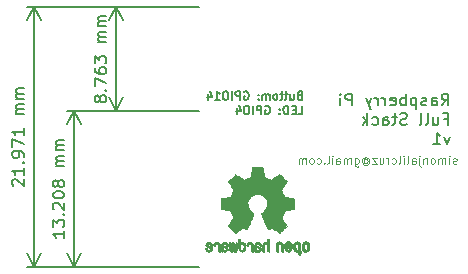
<source format=gbo>
%TF.GenerationSoftware,KiCad,Pcbnew,5.1.7-a382d34a8~87~ubuntu20.04.1*%
%TF.CreationDate,2020-11-06T02:00:15-03:00*%
%TF.ProjectId,RPI_HAT,5250495f-4841-4542-9e6b-696361645f70,v1 *%
%TF.SameCoordinates,Original*%
%TF.FileFunction,Legend,Bot*%
%TF.FilePolarity,Positive*%
%FSLAX46Y46*%
G04 Gerber Fmt 4.6, Leading zero omitted, Abs format (unit mm)*
G04 Created by KiCad (PCBNEW 5.1.7-a382d34a8~87~ubuntu20.04.1) date 2020-11-06 02:00:15*
%MOMM*%
%LPD*%
G01*
G04 APERTURE LIST*
%ADD10C,0.150000*%
%ADD11C,0.125000*%
%ADD12C,0.010000*%
G04 APERTURE END LIST*
D10*
X83226380Y-108981428D02*
X83226380Y-109552857D01*
X83226380Y-109267142D02*
X82226380Y-109267142D01*
X82369238Y-109362380D01*
X82464476Y-109457619D01*
X82512095Y-109552857D01*
X82226380Y-108648095D02*
X82226380Y-108029047D01*
X82607333Y-108362380D01*
X82607333Y-108219523D01*
X82654952Y-108124285D01*
X82702571Y-108076666D01*
X82797809Y-108029047D01*
X83035904Y-108029047D01*
X83131142Y-108076666D01*
X83178761Y-108124285D01*
X83226380Y-108219523D01*
X83226380Y-108505238D01*
X83178761Y-108600476D01*
X83131142Y-108648095D01*
X83131142Y-107600476D02*
X83178761Y-107552857D01*
X83226380Y-107600476D01*
X83178761Y-107648095D01*
X83131142Y-107600476D01*
X83226380Y-107600476D01*
X82321619Y-107171904D02*
X82274000Y-107124285D01*
X82226380Y-107029047D01*
X82226380Y-106790952D01*
X82274000Y-106695714D01*
X82321619Y-106648095D01*
X82416857Y-106600476D01*
X82512095Y-106600476D01*
X82654952Y-106648095D01*
X83226380Y-107219523D01*
X83226380Y-106600476D01*
X82226380Y-105981428D02*
X82226380Y-105886190D01*
X82274000Y-105790952D01*
X82321619Y-105743333D01*
X82416857Y-105695714D01*
X82607333Y-105648095D01*
X82845428Y-105648095D01*
X83035904Y-105695714D01*
X83131142Y-105743333D01*
X83178761Y-105790952D01*
X83226380Y-105886190D01*
X83226380Y-105981428D01*
X83178761Y-106076666D01*
X83131142Y-106124285D01*
X83035904Y-106171904D01*
X82845428Y-106219523D01*
X82607333Y-106219523D01*
X82416857Y-106171904D01*
X82321619Y-106124285D01*
X82274000Y-106076666D01*
X82226380Y-105981428D01*
X82654952Y-105076666D02*
X82607333Y-105171904D01*
X82559714Y-105219523D01*
X82464476Y-105267142D01*
X82416857Y-105267142D01*
X82321619Y-105219523D01*
X82274000Y-105171904D01*
X82226380Y-105076666D01*
X82226380Y-104886190D01*
X82274000Y-104790952D01*
X82321619Y-104743333D01*
X82416857Y-104695714D01*
X82464476Y-104695714D01*
X82559714Y-104743333D01*
X82607333Y-104790952D01*
X82654952Y-104886190D01*
X82654952Y-105076666D01*
X82702571Y-105171904D01*
X82750190Y-105219523D01*
X82845428Y-105267142D01*
X83035904Y-105267142D01*
X83131142Y-105219523D01*
X83178761Y-105171904D01*
X83226380Y-105076666D01*
X83226380Y-104886190D01*
X83178761Y-104790952D01*
X83131142Y-104743333D01*
X83035904Y-104695714D01*
X82845428Y-104695714D01*
X82750190Y-104743333D01*
X82702571Y-104790952D01*
X82654952Y-104886190D01*
X83226380Y-103505238D02*
X82559714Y-103505238D01*
X82654952Y-103505238D02*
X82607333Y-103457619D01*
X82559714Y-103362380D01*
X82559714Y-103219523D01*
X82607333Y-103124285D01*
X82702571Y-103076666D01*
X83226380Y-103076666D01*
X82702571Y-103076666D02*
X82607333Y-103029047D01*
X82559714Y-102933809D01*
X82559714Y-102790952D01*
X82607333Y-102695714D01*
X82702571Y-102648095D01*
X83226380Y-102648095D01*
X83226380Y-102171904D02*
X82559714Y-102171904D01*
X82654952Y-102171904D02*
X82607333Y-102124285D01*
X82559714Y-102029047D01*
X82559714Y-101886190D01*
X82607333Y-101790952D01*
X82702571Y-101743333D01*
X83226380Y-101743333D01*
X82702571Y-101743333D02*
X82607333Y-101695714D01*
X82559714Y-101600476D01*
X82559714Y-101457619D01*
X82607333Y-101362380D01*
X82702571Y-101314761D01*
X83226380Y-101314761D01*
X84074000Y-112014000D02*
X84074000Y-98806000D01*
X94615000Y-112014000D02*
X83487579Y-112014000D01*
X94615000Y-98806000D02*
X83487579Y-98806000D01*
X84074000Y-98806000D02*
X84660421Y-99932504D01*
X84074000Y-98806000D02*
X83487579Y-99932504D01*
X84074000Y-112014000D02*
X84660421Y-110887496D01*
X84074000Y-112014000D02*
X83487579Y-110887496D01*
X86210952Y-97900690D02*
X86163333Y-97995928D01*
X86115714Y-98043547D01*
X86020476Y-98091166D01*
X85972857Y-98091166D01*
X85877619Y-98043547D01*
X85830000Y-97995928D01*
X85782380Y-97900690D01*
X85782380Y-97710214D01*
X85830000Y-97614976D01*
X85877619Y-97567357D01*
X85972857Y-97519738D01*
X86020476Y-97519738D01*
X86115714Y-97567357D01*
X86163333Y-97614976D01*
X86210952Y-97710214D01*
X86210952Y-97900690D01*
X86258571Y-97995928D01*
X86306190Y-98043547D01*
X86401428Y-98091166D01*
X86591904Y-98091166D01*
X86687142Y-98043547D01*
X86734761Y-97995928D01*
X86782380Y-97900690D01*
X86782380Y-97710214D01*
X86734761Y-97614976D01*
X86687142Y-97567357D01*
X86591904Y-97519738D01*
X86401428Y-97519738D01*
X86306190Y-97567357D01*
X86258571Y-97614976D01*
X86210952Y-97710214D01*
X86687142Y-97091166D02*
X86734761Y-97043547D01*
X86782380Y-97091166D01*
X86734761Y-97138785D01*
X86687142Y-97091166D01*
X86782380Y-97091166D01*
X85782380Y-96710214D02*
X85782380Y-96043547D01*
X86782380Y-96472119D01*
X85782380Y-95234023D02*
X85782380Y-95424500D01*
X85830000Y-95519738D01*
X85877619Y-95567357D01*
X86020476Y-95662595D01*
X86210952Y-95710214D01*
X86591904Y-95710214D01*
X86687142Y-95662595D01*
X86734761Y-95614976D01*
X86782380Y-95519738D01*
X86782380Y-95329261D01*
X86734761Y-95234023D01*
X86687142Y-95186404D01*
X86591904Y-95138785D01*
X86353809Y-95138785D01*
X86258571Y-95186404D01*
X86210952Y-95234023D01*
X86163333Y-95329261D01*
X86163333Y-95519738D01*
X86210952Y-95614976D01*
X86258571Y-95662595D01*
X86353809Y-95710214D01*
X85782380Y-94805452D02*
X85782380Y-94186404D01*
X86163333Y-94519738D01*
X86163333Y-94376880D01*
X86210952Y-94281642D01*
X86258571Y-94234023D01*
X86353809Y-94186404D01*
X86591904Y-94186404D01*
X86687142Y-94234023D01*
X86734761Y-94281642D01*
X86782380Y-94376880D01*
X86782380Y-94662595D01*
X86734761Y-94757833D01*
X86687142Y-94805452D01*
X86782380Y-92995928D02*
X86115714Y-92995928D01*
X86210952Y-92995928D02*
X86163333Y-92948309D01*
X86115714Y-92853071D01*
X86115714Y-92710214D01*
X86163333Y-92614976D01*
X86258571Y-92567357D01*
X86782380Y-92567357D01*
X86258571Y-92567357D02*
X86163333Y-92519738D01*
X86115714Y-92424500D01*
X86115714Y-92281642D01*
X86163333Y-92186404D01*
X86258571Y-92138785D01*
X86782380Y-92138785D01*
X86782380Y-91662595D02*
X86115714Y-91662595D01*
X86210952Y-91662595D02*
X86163333Y-91614976D01*
X86115714Y-91519738D01*
X86115714Y-91376880D01*
X86163333Y-91281642D01*
X86258571Y-91234023D01*
X86782380Y-91234023D01*
X86258571Y-91234023D02*
X86163333Y-91186404D01*
X86115714Y-91091166D01*
X86115714Y-90948309D01*
X86163333Y-90853071D01*
X86258571Y-90805452D01*
X86782380Y-90805452D01*
X87630000Y-98806000D02*
X87630000Y-90043000D01*
X89662000Y-98806000D02*
X87043579Y-98806000D01*
X89662000Y-90043000D02*
X87043579Y-90043000D01*
X87630000Y-90043000D02*
X88216421Y-91169504D01*
X87630000Y-90043000D02*
X87043579Y-91169504D01*
X87630000Y-98806000D02*
X88216421Y-97679496D01*
X87630000Y-98806000D02*
X87043579Y-97679496D01*
X78892619Y-105171357D02*
X78845000Y-105123738D01*
X78797380Y-105028500D01*
X78797380Y-104790404D01*
X78845000Y-104695166D01*
X78892619Y-104647547D01*
X78987857Y-104599928D01*
X79083095Y-104599928D01*
X79225952Y-104647547D01*
X79797380Y-105218976D01*
X79797380Y-104599928D01*
X79797380Y-103647547D02*
X79797380Y-104218976D01*
X79797380Y-103933261D02*
X78797380Y-103933261D01*
X78940238Y-104028500D01*
X79035476Y-104123738D01*
X79083095Y-104218976D01*
X79702142Y-103218976D02*
X79749761Y-103171357D01*
X79797380Y-103218976D01*
X79749761Y-103266595D01*
X79702142Y-103218976D01*
X79797380Y-103218976D01*
X79797380Y-102695166D02*
X79797380Y-102504690D01*
X79749761Y-102409452D01*
X79702142Y-102361833D01*
X79559285Y-102266595D01*
X79368809Y-102218976D01*
X78987857Y-102218976D01*
X78892619Y-102266595D01*
X78845000Y-102314214D01*
X78797380Y-102409452D01*
X78797380Y-102599928D01*
X78845000Y-102695166D01*
X78892619Y-102742785D01*
X78987857Y-102790404D01*
X79225952Y-102790404D01*
X79321190Y-102742785D01*
X79368809Y-102695166D01*
X79416428Y-102599928D01*
X79416428Y-102409452D01*
X79368809Y-102314214D01*
X79321190Y-102266595D01*
X79225952Y-102218976D01*
X78797380Y-101885642D02*
X78797380Y-101218976D01*
X79797380Y-101647547D01*
X79797380Y-100314214D02*
X79797380Y-100885642D01*
X79797380Y-100599928D02*
X78797380Y-100599928D01*
X78940238Y-100695166D01*
X79035476Y-100790404D01*
X79083095Y-100885642D01*
X79797380Y-99123738D02*
X79130714Y-99123738D01*
X79225952Y-99123738D02*
X79178333Y-99076119D01*
X79130714Y-98980880D01*
X79130714Y-98838023D01*
X79178333Y-98742785D01*
X79273571Y-98695166D01*
X79797380Y-98695166D01*
X79273571Y-98695166D02*
X79178333Y-98647547D01*
X79130714Y-98552309D01*
X79130714Y-98409452D01*
X79178333Y-98314214D01*
X79273571Y-98266595D01*
X79797380Y-98266595D01*
X79797380Y-97790404D02*
X79130714Y-97790404D01*
X79225952Y-97790404D02*
X79178333Y-97742785D01*
X79130714Y-97647547D01*
X79130714Y-97504690D01*
X79178333Y-97409452D01*
X79273571Y-97361833D01*
X79797380Y-97361833D01*
X79273571Y-97361833D02*
X79178333Y-97314214D01*
X79130714Y-97218976D01*
X79130714Y-97076119D01*
X79178333Y-96980880D01*
X79273571Y-96933261D01*
X79797380Y-96933261D01*
X80645000Y-112014000D02*
X80645000Y-90043000D01*
X94615000Y-112014000D02*
X80058579Y-112014000D01*
X94615000Y-90043000D02*
X80058579Y-90043000D01*
X80645000Y-90043000D02*
X81231421Y-91169504D01*
X80645000Y-90043000D02*
X80058579Y-91169504D01*
X80645000Y-112014000D02*
X81231421Y-110887496D01*
X80645000Y-112014000D02*
X80058579Y-110887496D01*
D11*
X116428000Y-103280333D02*
X116361333Y-103313666D01*
X116228000Y-103313666D01*
X116161333Y-103280333D01*
X116128000Y-103213666D01*
X116128000Y-103180333D01*
X116161333Y-103113666D01*
X116228000Y-103080333D01*
X116328000Y-103080333D01*
X116394666Y-103047000D01*
X116428000Y-102980333D01*
X116428000Y-102947000D01*
X116394666Y-102880333D01*
X116328000Y-102847000D01*
X116228000Y-102847000D01*
X116161333Y-102880333D01*
X115828000Y-103313666D02*
X115828000Y-102847000D01*
X115828000Y-102613666D02*
X115861333Y-102647000D01*
X115828000Y-102680333D01*
X115794666Y-102647000D01*
X115828000Y-102613666D01*
X115828000Y-102680333D01*
X115494666Y-103313666D02*
X115494666Y-102847000D01*
X115494666Y-102913666D02*
X115461333Y-102880333D01*
X115394666Y-102847000D01*
X115294666Y-102847000D01*
X115228000Y-102880333D01*
X115194666Y-102947000D01*
X115194666Y-103313666D01*
X115194666Y-102947000D02*
X115161333Y-102880333D01*
X115094666Y-102847000D01*
X114994666Y-102847000D01*
X114928000Y-102880333D01*
X114894666Y-102947000D01*
X114894666Y-103313666D01*
X114461333Y-103313666D02*
X114528000Y-103280333D01*
X114561333Y-103247000D01*
X114594666Y-103180333D01*
X114594666Y-102980333D01*
X114561333Y-102913666D01*
X114528000Y-102880333D01*
X114461333Y-102847000D01*
X114361333Y-102847000D01*
X114294666Y-102880333D01*
X114261333Y-102913666D01*
X114228000Y-102980333D01*
X114228000Y-103180333D01*
X114261333Y-103247000D01*
X114294666Y-103280333D01*
X114361333Y-103313666D01*
X114461333Y-103313666D01*
X113928000Y-102847000D02*
X113928000Y-103313666D01*
X113928000Y-102913666D02*
X113894666Y-102880333D01*
X113828000Y-102847000D01*
X113728000Y-102847000D01*
X113661333Y-102880333D01*
X113628000Y-102947000D01*
X113628000Y-103313666D01*
X113294666Y-102847000D02*
X113294666Y-103447000D01*
X113328000Y-103513666D01*
X113394666Y-103547000D01*
X113428000Y-103547000D01*
X113294666Y-102613666D02*
X113328000Y-102647000D01*
X113294666Y-102680333D01*
X113261333Y-102647000D01*
X113294666Y-102613666D01*
X113294666Y-102680333D01*
X112661333Y-103313666D02*
X112661333Y-102947000D01*
X112694666Y-102880333D01*
X112761333Y-102847000D01*
X112894666Y-102847000D01*
X112961333Y-102880333D01*
X112661333Y-103280333D02*
X112728000Y-103313666D01*
X112894666Y-103313666D01*
X112961333Y-103280333D01*
X112994666Y-103213666D01*
X112994666Y-103147000D01*
X112961333Y-103080333D01*
X112894666Y-103047000D01*
X112728000Y-103047000D01*
X112661333Y-103013666D01*
X112228000Y-103313666D02*
X112294666Y-103280333D01*
X112328000Y-103213666D01*
X112328000Y-102613666D01*
X111961333Y-103313666D02*
X111961333Y-102847000D01*
X111961333Y-102613666D02*
X111994666Y-102647000D01*
X111961333Y-102680333D01*
X111928000Y-102647000D01*
X111961333Y-102613666D01*
X111961333Y-102680333D01*
X111528000Y-103313666D02*
X111594666Y-103280333D01*
X111628000Y-103213666D01*
X111628000Y-102613666D01*
X110961333Y-103280333D02*
X111028000Y-103313666D01*
X111161333Y-103313666D01*
X111228000Y-103280333D01*
X111261333Y-103247000D01*
X111294666Y-103180333D01*
X111294666Y-102980333D01*
X111261333Y-102913666D01*
X111228000Y-102880333D01*
X111161333Y-102847000D01*
X111028000Y-102847000D01*
X110961333Y-102880333D01*
X110661333Y-103313666D02*
X110661333Y-102847000D01*
X110661333Y-102980333D02*
X110628000Y-102913666D01*
X110594666Y-102880333D01*
X110528000Y-102847000D01*
X110461333Y-102847000D01*
X109928000Y-102847000D02*
X109928000Y-103313666D01*
X110228000Y-102847000D02*
X110228000Y-103213666D01*
X110194666Y-103280333D01*
X110128000Y-103313666D01*
X110028000Y-103313666D01*
X109961333Y-103280333D01*
X109928000Y-103247000D01*
X109661333Y-102847000D02*
X109294666Y-102847000D01*
X109661333Y-103313666D01*
X109294666Y-103313666D01*
X108594666Y-102980333D02*
X108628000Y-102947000D01*
X108694666Y-102913666D01*
X108761333Y-102913666D01*
X108828000Y-102947000D01*
X108861333Y-102980333D01*
X108894666Y-103047000D01*
X108894666Y-103113666D01*
X108861333Y-103180333D01*
X108828000Y-103213666D01*
X108761333Y-103247000D01*
X108694666Y-103247000D01*
X108628000Y-103213666D01*
X108594666Y-103180333D01*
X108594666Y-102913666D02*
X108594666Y-103180333D01*
X108561333Y-103213666D01*
X108528000Y-103213666D01*
X108461333Y-103180333D01*
X108428000Y-103113666D01*
X108428000Y-102947000D01*
X108494666Y-102847000D01*
X108594666Y-102780333D01*
X108728000Y-102747000D01*
X108861333Y-102780333D01*
X108961333Y-102847000D01*
X109028000Y-102947000D01*
X109061333Y-103080333D01*
X109028000Y-103213666D01*
X108961333Y-103313666D01*
X108861333Y-103380333D01*
X108728000Y-103413666D01*
X108594666Y-103380333D01*
X108494666Y-103313666D01*
X107828000Y-102847000D02*
X107828000Y-103413666D01*
X107861333Y-103480333D01*
X107894666Y-103513666D01*
X107961333Y-103547000D01*
X108061333Y-103547000D01*
X108128000Y-103513666D01*
X107828000Y-103280333D02*
X107894666Y-103313666D01*
X108028000Y-103313666D01*
X108094666Y-103280333D01*
X108128000Y-103247000D01*
X108161333Y-103180333D01*
X108161333Y-102980333D01*
X108128000Y-102913666D01*
X108094666Y-102880333D01*
X108028000Y-102847000D01*
X107894666Y-102847000D01*
X107828000Y-102880333D01*
X107494666Y-103313666D02*
X107494666Y-102847000D01*
X107494666Y-102913666D02*
X107461333Y-102880333D01*
X107394666Y-102847000D01*
X107294666Y-102847000D01*
X107228000Y-102880333D01*
X107194666Y-102947000D01*
X107194666Y-103313666D01*
X107194666Y-102947000D02*
X107161333Y-102880333D01*
X107094666Y-102847000D01*
X106994666Y-102847000D01*
X106928000Y-102880333D01*
X106894666Y-102947000D01*
X106894666Y-103313666D01*
X106261333Y-103313666D02*
X106261333Y-102947000D01*
X106294666Y-102880333D01*
X106361333Y-102847000D01*
X106494666Y-102847000D01*
X106561333Y-102880333D01*
X106261333Y-103280333D02*
X106328000Y-103313666D01*
X106494666Y-103313666D01*
X106561333Y-103280333D01*
X106594666Y-103213666D01*
X106594666Y-103147000D01*
X106561333Y-103080333D01*
X106494666Y-103047000D01*
X106328000Y-103047000D01*
X106261333Y-103013666D01*
X105928000Y-103313666D02*
X105928000Y-102847000D01*
X105928000Y-102613666D02*
X105961333Y-102647000D01*
X105928000Y-102680333D01*
X105894666Y-102647000D01*
X105928000Y-102613666D01*
X105928000Y-102680333D01*
X105494666Y-103313666D02*
X105561333Y-103280333D01*
X105594666Y-103213666D01*
X105594666Y-102613666D01*
X105228000Y-103247000D02*
X105194666Y-103280333D01*
X105228000Y-103313666D01*
X105261333Y-103280333D01*
X105228000Y-103247000D01*
X105228000Y-103313666D01*
X104594666Y-103280333D02*
X104661333Y-103313666D01*
X104794666Y-103313666D01*
X104861333Y-103280333D01*
X104894666Y-103247000D01*
X104928000Y-103180333D01*
X104928000Y-102980333D01*
X104894666Y-102913666D01*
X104861333Y-102880333D01*
X104794666Y-102847000D01*
X104661333Y-102847000D01*
X104594666Y-102880333D01*
X104194666Y-103313666D02*
X104261333Y-103280333D01*
X104294666Y-103247000D01*
X104328000Y-103180333D01*
X104328000Y-102980333D01*
X104294666Y-102913666D01*
X104261333Y-102880333D01*
X104194666Y-102847000D01*
X104094666Y-102847000D01*
X104028000Y-102880333D01*
X103994666Y-102913666D01*
X103961333Y-102980333D01*
X103961333Y-103180333D01*
X103994666Y-103247000D01*
X104028000Y-103280333D01*
X104094666Y-103313666D01*
X104194666Y-103313666D01*
X103661333Y-103313666D02*
X103661333Y-102847000D01*
X103661333Y-102913666D02*
X103628000Y-102880333D01*
X103561333Y-102847000D01*
X103461333Y-102847000D01*
X103394666Y-102880333D01*
X103361333Y-102947000D01*
X103361333Y-103313666D01*
X103361333Y-102947000D02*
X103328000Y-102880333D01*
X103261333Y-102847000D01*
X103161333Y-102847000D01*
X103094666Y-102880333D01*
X103061333Y-102947000D01*
X103061333Y-103313666D01*
D10*
X103134500Y-97521000D02*
X103034500Y-97554333D01*
X103001166Y-97587666D01*
X102967833Y-97654333D01*
X102967833Y-97754333D01*
X103001166Y-97821000D01*
X103034500Y-97854333D01*
X103101166Y-97887666D01*
X103367833Y-97887666D01*
X103367833Y-97187666D01*
X103134500Y-97187666D01*
X103067833Y-97221000D01*
X103034500Y-97254333D01*
X103001166Y-97321000D01*
X103001166Y-97387666D01*
X103034500Y-97454333D01*
X103067833Y-97487666D01*
X103134500Y-97521000D01*
X103367833Y-97521000D01*
X102367833Y-97421000D02*
X102367833Y-97887666D01*
X102667833Y-97421000D02*
X102667833Y-97787666D01*
X102634500Y-97854333D01*
X102567833Y-97887666D01*
X102467833Y-97887666D01*
X102401166Y-97854333D01*
X102367833Y-97821000D01*
X102134500Y-97421000D02*
X101867833Y-97421000D01*
X102034500Y-97187666D02*
X102034500Y-97787666D01*
X102001166Y-97854333D01*
X101934500Y-97887666D01*
X101867833Y-97887666D01*
X101734500Y-97421000D02*
X101467833Y-97421000D01*
X101634500Y-97187666D02*
X101634500Y-97787666D01*
X101601166Y-97854333D01*
X101534500Y-97887666D01*
X101467833Y-97887666D01*
X101134500Y-97887666D02*
X101201166Y-97854333D01*
X101234500Y-97821000D01*
X101267833Y-97754333D01*
X101267833Y-97554333D01*
X101234500Y-97487666D01*
X101201166Y-97454333D01*
X101134500Y-97421000D01*
X101034500Y-97421000D01*
X100967833Y-97454333D01*
X100934500Y-97487666D01*
X100901166Y-97554333D01*
X100901166Y-97754333D01*
X100934500Y-97821000D01*
X100967833Y-97854333D01*
X101034500Y-97887666D01*
X101134500Y-97887666D01*
X100601166Y-97887666D02*
X100601166Y-97421000D01*
X100601166Y-97487666D02*
X100567833Y-97454333D01*
X100501166Y-97421000D01*
X100401166Y-97421000D01*
X100334500Y-97454333D01*
X100301166Y-97521000D01*
X100301166Y-97887666D01*
X100301166Y-97521000D02*
X100267833Y-97454333D01*
X100201166Y-97421000D01*
X100101166Y-97421000D01*
X100034500Y-97454333D01*
X100001166Y-97521000D01*
X100001166Y-97887666D01*
X99667833Y-97821000D02*
X99634500Y-97854333D01*
X99667833Y-97887666D01*
X99701166Y-97854333D01*
X99667833Y-97821000D01*
X99667833Y-97887666D01*
X99667833Y-97454333D02*
X99634500Y-97487666D01*
X99667833Y-97521000D01*
X99701166Y-97487666D01*
X99667833Y-97454333D01*
X99667833Y-97521000D01*
X98434500Y-97221000D02*
X98501166Y-97187666D01*
X98601166Y-97187666D01*
X98701166Y-97221000D01*
X98767833Y-97287666D01*
X98801166Y-97354333D01*
X98834500Y-97487666D01*
X98834500Y-97587666D01*
X98801166Y-97721000D01*
X98767833Y-97787666D01*
X98701166Y-97854333D01*
X98601166Y-97887666D01*
X98534500Y-97887666D01*
X98434500Y-97854333D01*
X98401166Y-97821000D01*
X98401166Y-97587666D01*
X98534500Y-97587666D01*
X98101166Y-97887666D02*
X98101166Y-97187666D01*
X97834500Y-97187666D01*
X97767833Y-97221000D01*
X97734500Y-97254333D01*
X97701166Y-97321000D01*
X97701166Y-97421000D01*
X97734500Y-97487666D01*
X97767833Y-97521000D01*
X97834500Y-97554333D01*
X98101166Y-97554333D01*
X97401166Y-97887666D02*
X97401166Y-97187666D01*
X96934500Y-97187666D02*
X96801166Y-97187666D01*
X96734500Y-97221000D01*
X96667833Y-97287666D01*
X96634500Y-97421000D01*
X96634500Y-97654333D01*
X96667833Y-97787666D01*
X96734500Y-97854333D01*
X96801166Y-97887666D01*
X96934500Y-97887666D01*
X97001166Y-97854333D01*
X97067833Y-97787666D01*
X97101166Y-97654333D01*
X97101166Y-97421000D01*
X97067833Y-97287666D01*
X97001166Y-97221000D01*
X96934500Y-97187666D01*
X95967833Y-97887666D02*
X96367833Y-97887666D01*
X96167833Y-97887666D02*
X96167833Y-97187666D01*
X96234500Y-97287666D01*
X96301166Y-97354333D01*
X96367833Y-97387666D01*
X95367833Y-97421000D02*
X95367833Y-97887666D01*
X95534500Y-97154333D02*
X95701166Y-97654333D01*
X95267833Y-97654333D01*
X103034500Y-99087666D02*
X103367833Y-99087666D01*
X103367833Y-98387666D01*
X102801166Y-98721000D02*
X102567833Y-98721000D01*
X102467833Y-99087666D02*
X102801166Y-99087666D01*
X102801166Y-98387666D01*
X102467833Y-98387666D01*
X102167833Y-99087666D02*
X102167833Y-98387666D01*
X102001166Y-98387666D01*
X101901166Y-98421000D01*
X101834500Y-98487666D01*
X101801166Y-98554333D01*
X101767833Y-98687666D01*
X101767833Y-98787666D01*
X101801166Y-98921000D01*
X101834500Y-98987666D01*
X101901166Y-99054333D01*
X102001166Y-99087666D01*
X102167833Y-99087666D01*
X101467833Y-99021000D02*
X101434500Y-99054333D01*
X101467833Y-99087666D01*
X101501166Y-99054333D01*
X101467833Y-99021000D01*
X101467833Y-99087666D01*
X101467833Y-98654333D02*
X101434500Y-98687666D01*
X101467833Y-98721000D01*
X101501166Y-98687666D01*
X101467833Y-98654333D01*
X101467833Y-98721000D01*
X100234500Y-98421000D02*
X100301166Y-98387666D01*
X100401166Y-98387666D01*
X100501166Y-98421000D01*
X100567833Y-98487666D01*
X100601166Y-98554333D01*
X100634500Y-98687666D01*
X100634500Y-98787666D01*
X100601166Y-98921000D01*
X100567833Y-98987666D01*
X100501166Y-99054333D01*
X100401166Y-99087666D01*
X100334500Y-99087666D01*
X100234500Y-99054333D01*
X100201166Y-99021000D01*
X100201166Y-98787666D01*
X100334500Y-98787666D01*
X99901166Y-99087666D02*
X99901166Y-98387666D01*
X99634500Y-98387666D01*
X99567833Y-98421000D01*
X99534500Y-98454333D01*
X99501166Y-98521000D01*
X99501166Y-98621000D01*
X99534500Y-98687666D01*
X99567833Y-98721000D01*
X99634500Y-98754333D01*
X99901166Y-98754333D01*
X99201166Y-99087666D02*
X99201166Y-98387666D01*
X98734500Y-98387666D02*
X98601166Y-98387666D01*
X98534500Y-98421000D01*
X98467833Y-98487666D01*
X98434500Y-98621000D01*
X98434500Y-98854333D01*
X98467833Y-98987666D01*
X98534500Y-99054333D01*
X98601166Y-99087666D01*
X98734500Y-99087666D01*
X98801166Y-99054333D01*
X98867833Y-98987666D01*
X98901166Y-98854333D01*
X98901166Y-98621000D01*
X98867833Y-98487666D01*
X98801166Y-98421000D01*
X98734500Y-98387666D01*
X97834500Y-98621000D02*
X97834500Y-99087666D01*
X98001166Y-98354333D02*
X98167833Y-98854333D01*
X97734500Y-98854333D01*
X115170976Y-98370380D02*
X115504309Y-97894190D01*
X115742404Y-98370380D02*
X115742404Y-97370380D01*
X115361452Y-97370380D01*
X115266214Y-97418000D01*
X115218595Y-97465619D01*
X115170976Y-97560857D01*
X115170976Y-97703714D01*
X115218595Y-97798952D01*
X115266214Y-97846571D01*
X115361452Y-97894190D01*
X115742404Y-97894190D01*
X114313833Y-98370380D02*
X114313833Y-97846571D01*
X114361452Y-97751333D01*
X114456690Y-97703714D01*
X114647166Y-97703714D01*
X114742404Y-97751333D01*
X114313833Y-98322761D02*
X114409071Y-98370380D01*
X114647166Y-98370380D01*
X114742404Y-98322761D01*
X114790023Y-98227523D01*
X114790023Y-98132285D01*
X114742404Y-98037047D01*
X114647166Y-97989428D01*
X114409071Y-97989428D01*
X114313833Y-97941809D01*
X113885261Y-98322761D02*
X113790023Y-98370380D01*
X113599547Y-98370380D01*
X113504309Y-98322761D01*
X113456690Y-98227523D01*
X113456690Y-98179904D01*
X113504309Y-98084666D01*
X113599547Y-98037047D01*
X113742404Y-98037047D01*
X113837642Y-97989428D01*
X113885261Y-97894190D01*
X113885261Y-97846571D01*
X113837642Y-97751333D01*
X113742404Y-97703714D01*
X113599547Y-97703714D01*
X113504309Y-97751333D01*
X113028119Y-97703714D02*
X113028119Y-98703714D01*
X113028119Y-97751333D02*
X112932880Y-97703714D01*
X112742404Y-97703714D01*
X112647166Y-97751333D01*
X112599547Y-97798952D01*
X112551928Y-97894190D01*
X112551928Y-98179904D01*
X112599547Y-98275142D01*
X112647166Y-98322761D01*
X112742404Y-98370380D01*
X112932880Y-98370380D01*
X113028119Y-98322761D01*
X112123357Y-98370380D02*
X112123357Y-97370380D01*
X112123357Y-97751333D02*
X112028119Y-97703714D01*
X111837642Y-97703714D01*
X111742404Y-97751333D01*
X111694785Y-97798952D01*
X111647166Y-97894190D01*
X111647166Y-98179904D01*
X111694785Y-98275142D01*
X111742404Y-98322761D01*
X111837642Y-98370380D01*
X112028119Y-98370380D01*
X112123357Y-98322761D01*
X110837642Y-98322761D02*
X110932880Y-98370380D01*
X111123357Y-98370380D01*
X111218595Y-98322761D01*
X111266214Y-98227523D01*
X111266214Y-97846571D01*
X111218595Y-97751333D01*
X111123357Y-97703714D01*
X110932880Y-97703714D01*
X110837642Y-97751333D01*
X110790023Y-97846571D01*
X110790023Y-97941809D01*
X111266214Y-98037047D01*
X110361452Y-98370380D02*
X110361452Y-97703714D01*
X110361452Y-97894190D02*
X110313833Y-97798952D01*
X110266214Y-97751333D01*
X110170976Y-97703714D01*
X110075738Y-97703714D01*
X109742404Y-98370380D02*
X109742404Y-97703714D01*
X109742404Y-97894190D02*
X109694785Y-97798952D01*
X109647166Y-97751333D01*
X109551928Y-97703714D01*
X109456690Y-97703714D01*
X109218595Y-97703714D02*
X108980500Y-98370380D01*
X108742404Y-97703714D02*
X108980500Y-98370380D01*
X109075738Y-98608476D01*
X109123357Y-98656095D01*
X109218595Y-98703714D01*
X107599547Y-98370380D02*
X107599547Y-97370380D01*
X107218595Y-97370380D01*
X107123357Y-97418000D01*
X107075738Y-97465619D01*
X107028119Y-97560857D01*
X107028119Y-97703714D01*
X107075738Y-97798952D01*
X107123357Y-97846571D01*
X107218595Y-97894190D01*
X107599547Y-97894190D01*
X106599547Y-98370380D02*
X106599547Y-97703714D01*
X106599547Y-97370380D02*
X106647166Y-97418000D01*
X106599547Y-97465619D01*
X106551928Y-97418000D01*
X106599547Y-97370380D01*
X106599547Y-97465619D01*
X115409071Y-99496571D02*
X115742404Y-99496571D01*
X115742404Y-100020380D02*
X115742404Y-99020380D01*
X115266214Y-99020380D01*
X114456690Y-99353714D02*
X114456690Y-100020380D01*
X114885261Y-99353714D02*
X114885261Y-99877523D01*
X114837642Y-99972761D01*
X114742404Y-100020380D01*
X114599547Y-100020380D01*
X114504309Y-99972761D01*
X114456690Y-99925142D01*
X113837642Y-100020380D02*
X113932880Y-99972761D01*
X113980500Y-99877523D01*
X113980500Y-99020380D01*
X113313833Y-100020380D02*
X113409071Y-99972761D01*
X113456690Y-99877523D01*
X113456690Y-99020380D01*
X112218595Y-99972761D02*
X112075738Y-100020380D01*
X111837642Y-100020380D01*
X111742404Y-99972761D01*
X111694785Y-99925142D01*
X111647166Y-99829904D01*
X111647166Y-99734666D01*
X111694785Y-99639428D01*
X111742404Y-99591809D01*
X111837642Y-99544190D01*
X112028119Y-99496571D01*
X112123357Y-99448952D01*
X112170976Y-99401333D01*
X112218595Y-99306095D01*
X112218595Y-99210857D01*
X112170976Y-99115619D01*
X112123357Y-99068000D01*
X112028119Y-99020380D01*
X111790023Y-99020380D01*
X111647166Y-99068000D01*
X111361452Y-99353714D02*
X110980500Y-99353714D01*
X111218595Y-99020380D02*
X111218595Y-99877523D01*
X111170976Y-99972761D01*
X111075738Y-100020380D01*
X110980500Y-100020380D01*
X110218595Y-100020380D02*
X110218595Y-99496571D01*
X110266214Y-99401333D01*
X110361452Y-99353714D01*
X110551928Y-99353714D01*
X110647166Y-99401333D01*
X110218595Y-99972761D02*
X110313833Y-100020380D01*
X110551928Y-100020380D01*
X110647166Y-99972761D01*
X110694785Y-99877523D01*
X110694785Y-99782285D01*
X110647166Y-99687047D01*
X110551928Y-99639428D01*
X110313833Y-99639428D01*
X110218595Y-99591809D01*
X109313833Y-99972761D02*
X109409071Y-100020380D01*
X109599547Y-100020380D01*
X109694785Y-99972761D01*
X109742404Y-99925142D01*
X109790023Y-99829904D01*
X109790023Y-99544190D01*
X109742404Y-99448952D01*
X109694785Y-99401333D01*
X109599547Y-99353714D01*
X109409071Y-99353714D01*
X109313833Y-99401333D01*
X108885261Y-100020380D02*
X108885261Y-99020380D01*
X108790023Y-99639428D02*
X108504309Y-100020380D01*
X108504309Y-99353714D02*
X108885261Y-99734666D01*
X115837642Y-101003714D02*
X115599547Y-101670380D01*
X115361452Y-101003714D01*
X114456690Y-101670380D02*
X115028119Y-101670380D01*
X114742404Y-101670380D02*
X114742404Y-100670380D01*
X114837642Y-100813238D01*
X114932880Y-100908476D01*
X115028119Y-100956095D01*
D12*
%TO.C,REF\u002A\u002A*%
G36*
X99428122Y-103602776D02*
G01*
X99322388Y-103603355D01*
X99245868Y-103604922D01*
X99193628Y-103607972D01*
X99160737Y-103612996D01*
X99142263Y-103620489D01*
X99133273Y-103630944D01*
X99128837Y-103644853D01*
X99128406Y-103646654D01*
X99121667Y-103679145D01*
X99109192Y-103743252D01*
X99092281Y-103832151D01*
X99072229Y-103939019D01*
X99050336Y-104057033D01*
X99049571Y-104061178D01*
X99027641Y-104176831D01*
X99007123Y-104279014D01*
X98989341Y-104361598D01*
X98975619Y-104418456D01*
X98967282Y-104443458D01*
X98966884Y-104443901D01*
X98942323Y-104456110D01*
X98891685Y-104476456D01*
X98825905Y-104500545D01*
X98825539Y-104500674D01*
X98742683Y-104531818D01*
X98645000Y-104571491D01*
X98552923Y-104611381D01*
X98548566Y-104613353D01*
X98398593Y-104681420D01*
X98066502Y-104454639D01*
X97964626Y-104385504D01*
X97872343Y-104323697D01*
X97794997Y-104272733D01*
X97737936Y-104236127D01*
X97706505Y-104217394D01*
X97703521Y-104216004D01*
X97680679Y-104222190D01*
X97638018Y-104252035D01*
X97573872Y-104306947D01*
X97486579Y-104388334D01*
X97397465Y-104474922D01*
X97311559Y-104560247D01*
X97234673Y-104638108D01*
X97171436Y-104703697D01*
X97126477Y-104752205D01*
X97104424Y-104778825D01*
X97103604Y-104780195D01*
X97101166Y-104798463D01*
X97110350Y-104828295D01*
X97133426Y-104873721D01*
X97172663Y-104938770D01*
X97230330Y-105027470D01*
X97307205Y-105141657D01*
X97375430Y-105242162D01*
X97436418Y-105332303D01*
X97486644Y-105406849D01*
X97522584Y-105460565D01*
X97540713Y-105488218D01*
X97541854Y-105490095D01*
X97539641Y-105516590D01*
X97522862Y-105568086D01*
X97494858Y-105634851D01*
X97484878Y-105656172D01*
X97441328Y-105751159D01*
X97394866Y-105858937D01*
X97357123Y-105952192D01*
X97329927Y-106021406D01*
X97308325Y-106074006D01*
X97295842Y-106101497D01*
X97294291Y-106103616D01*
X97271332Y-106107124D01*
X97217214Y-106116738D01*
X97139132Y-106131089D01*
X97044281Y-106148807D01*
X96939857Y-106168525D01*
X96833056Y-106188874D01*
X96731074Y-106208486D01*
X96641106Y-106225991D01*
X96570347Y-106240022D01*
X96525994Y-106249209D01*
X96515115Y-106251807D01*
X96503878Y-106258218D01*
X96495395Y-106272697D01*
X96489286Y-106300133D01*
X96485168Y-106345411D01*
X96482659Y-106413420D01*
X96481379Y-106509047D01*
X96480946Y-106637180D01*
X96480923Y-106689701D01*
X96480923Y-107116845D01*
X96583500Y-107137091D01*
X96640569Y-107148070D01*
X96725731Y-107164095D01*
X96828628Y-107183233D01*
X96938904Y-107203551D01*
X96969385Y-107209132D01*
X97071145Y-107228917D01*
X97159795Y-107248373D01*
X97227892Y-107265697D01*
X97267996Y-107279088D01*
X97274677Y-107283079D01*
X97291081Y-107311342D01*
X97314601Y-107366109D01*
X97340684Y-107436588D01*
X97345858Y-107451769D01*
X97380044Y-107545896D01*
X97422477Y-107652101D01*
X97464003Y-107747473D01*
X97464208Y-107747916D01*
X97533360Y-107897525D01*
X97078488Y-108566617D01*
X97370500Y-108859116D01*
X97458820Y-108946170D01*
X97539375Y-109022909D01*
X97607640Y-109085237D01*
X97659092Y-109129056D01*
X97689206Y-109150270D01*
X97693526Y-109151616D01*
X97718889Y-109141016D01*
X97770642Y-109111547D01*
X97843132Y-109066705D01*
X97930706Y-109009984D01*
X98025388Y-108946462D01*
X98121484Y-108881668D01*
X98207163Y-108825287D01*
X98276984Y-108780788D01*
X98325506Y-108751639D01*
X98347218Y-108741308D01*
X98373707Y-108750050D01*
X98423938Y-108773087D01*
X98487549Y-108805631D01*
X98494292Y-108809249D01*
X98579954Y-108852210D01*
X98638694Y-108873279D01*
X98675228Y-108873503D01*
X98694269Y-108853928D01*
X98694380Y-108853654D01*
X98703898Y-108830472D01*
X98726597Y-108775441D01*
X98760718Y-108692822D01*
X98804500Y-108586872D01*
X98856184Y-108461852D01*
X98914008Y-108322020D01*
X98970009Y-108186637D01*
X99031553Y-108037234D01*
X99088061Y-107898832D01*
X99137839Y-107775673D01*
X99179194Y-107672002D01*
X99210432Y-107592059D01*
X99229859Y-107540088D01*
X99235846Y-107520692D01*
X99220832Y-107498443D01*
X99181561Y-107462982D01*
X99129193Y-107423887D01*
X98980059Y-107300245D01*
X98863489Y-107158522D01*
X98780882Y-107001704D01*
X98733634Y-106832775D01*
X98723143Y-106654722D01*
X98730769Y-106572539D01*
X98772318Y-106402031D01*
X98843877Y-106251459D01*
X98941005Y-106122309D01*
X99059266Y-106016064D01*
X99194220Y-105934210D01*
X99341429Y-105878232D01*
X99496456Y-105849615D01*
X99654861Y-105849844D01*
X99812206Y-105880405D01*
X99964054Y-105942782D01*
X100105965Y-106038460D01*
X100165197Y-106092572D01*
X100278797Y-106231520D01*
X100357894Y-106383361D01*
X100403014Y-106543667D01*
X100414684Y-106708012D01*
X100393431Y-106871971D01*
X100339780Y-107031118D01*
X100254260Y-107181025D01*
X100137395Y-107317267D01*
X100006807Y-107423887D01*
X99952412Y-107464642D01*
X99913986Y-107499718D01*
X99900154Y-107520726D01*
X99907397Y-107543635D01*
X99927995Y-107598365D01*
X99960254Y-107680672D01*
X100002479Y-107786315D01*
X100052977Y-107911050D01*
X100110052Y-108050636D01*
X100166146Y-108186670D01*
X100228033Y-108336201D01*
X100285356Y-108474767D01*
X100336356Y-108598107D01*
X100379273Y-108701964D01*
X100412347Y-108782080D01*
X100433819Y-108834195D01*
X100441775Y-108853654D01*
X100460571Y-108873423D01*
X100496926Y-108873365D01*
X100555521Y-108852441D01*
X100641032Y-108809613D01*
X100641708Y-108809249D01*
X100706093Y-108776012D01*
X100758139Y-108751802D01*
X100787488Y-108741404D01*
X100788783Y-108741308D01*
X100810876Y-108751855D01*
X100859652Y-108781184D01*
X100929669Y-108825827D01*
X101015486Y-108882314D01*
X101110612Y-108946462D01*
X101207460Y-109011411D01*
X101294747Y-109067896D01*
X101366819Y-109112421D01*
X101418023Y-109141490D01*
X101442474Y-109151616D01*
X101464990Y-109138307D01*
X101510258Y-109101112D01*
X101573756Y-109044128D01*
X101650961Y-108971449D01*
X101737349Y-108887171D01*
X101765601Y-108859016D01*
X102057713Y-108566416D01*
X101835369Y-108240104D01*
X101767798Y-108139897D01*
X101708493Y-108049963D01*
X101660783Y-107975510D01*
X101627993Y-107921751D01*
X101613452Y-107893894D01*
X101613026Y-107891912D01*
X101620692Y-107865655D01*
X101641311Y-107812837D01*
X101671315Y-107742310D01*
X101692375Y-107695093D01*
X101731752Y-107604694D01*
X101768835Y-107513366D01*
X101797585Y-107436200D01*
X101805395Y-107412692D01*
X101827583Y-107349916D01*
X101849273Y-107301411D01*
X101861187Y-107283079D01*
X101887477Y-107271859D01*
X101944858Y-107255954D01*
X102025882Y-107237167D01*
X102123105Y-107217299D01*
X102166615Y-107209132D01*
X102277104Y-107188829D01*
X102383084Y-107169170D01*
X102474199Y-107152088D01*
X102540092Y-107139518D01*
X102552500Y-107137091D01*
X102655077Y-107116845D01*
X102655077Y-106689701D01*
X102654847Y-106549246D01*
X102653901Y-106442979D01*
X102651859Y-106366013D01*
X102648338Y-106313460D01*
X102642957Y-106280433D01*
X102635334Y-106262045D01*
X102625088Y-106253408D01*
X102620885Y-106251807D01*
X102595530Y-106246127D01*
X102539516Y-106234795D01*
X102460036Y-106219179D01*
X102364288Y-106200647D01*
X102259467Y-106180569D01*
X102152768Y-106160312D01*
X102051387Y-106141246D01*
X101962521Y-106124739D01*
X101893363Y-106112159D01*
X101851111Y-106104875D01*
X101841710Y-106103616D01*
X101833193Y-106086763D01*
X101814340Y-106041870D01*
X101788676Y-105977430D01*
X101778877Y-105952192D01*
X101739352Y-105854686D01*
X101692808Y-105746959D01*
X101651123Y-105656172D01*
X101620450Y-105586753D01*
X101600044Y-105529710D01*
X101593232Y-105494777D01*
X101594318Y-105490095D01*
X101608715Y-105467991D01*
X101641588Y-105418831D01*
X101689410Y-105347848D01*
X101748652Y-105260278D01*
X101815785Y-105161357D01*
X101829059Y-105141830D01*
X101906954Y-105026140D01*
X101964213Y-104938044D01*
X102003119Y-104873486D01*
X102025956Y-104828411D01*
X102035006Y-104798763D01*
X102032552Y-104780485D01*
X102032489Y-104780369D01*
X102013173Y-104756361D01*
X101970449Y-104709947D01*
X101908949Y-104645937D01*
X101833302Y-104569145D01*
X101748139Y-104484382D01*
X101738535Y-104474922D01*
X101631210Y-104370989D01*
X101548385Y-104294675D01*
X101488395Y-104244571D01*
X101449577Y-104219270D01*
X101432480Y-104216004D01*
X101407527Y-104230250D01*
X101355745Y-104263156D01*
X101282480Y-104311208D01*
X101193080Y-104370890D01*
X101092889Y-104438688D01*
X101069499Y-104454639D01*
X100737407Y-104681420D01*
X100587435Y-104613353D01*
X100496230Y-104573685D01*
X100398331Y-104533791D01*
X100314169Y-104501983D01*
X100310462Y-104500674D01*
X100244631Y-104476576D01*
X100193884Y-104456200D01*
X100169158Y-104443936D01*
X100169116Y-104443901D01*
X100161271Y-104421734D01*
X100147934Y-104367217D01*
X100130430Y-104286480D01*
X100110083Y-104185650D01*
X100088218Y-104070856D01*
X100086429Y-104061178D01*
X100064496Y-103942904D01*
X100044360Y-103835542D01*
X100027320Y-103745917D01*
X100014672Y-103680851D01*
X100007716Y-103647168D01*
X100007594Y-103646654D01*
X100003361Y-103632325D01*
X99995129Y-103621507D01*
X99977967Y-103613706D01*
X99946942Y-103608429D01*
X99897122Y-103605182D01*
X99823576Y-103603472D01*
X99721371Y-103602807D01*
X99585575Y-103602693D01*
X99568000Y-103602692D01*
X99428122Y-103602776D01*
G37*
X99428122Y-103602776D02*
X99322388Y-103603355D01*
X99245868Y-103604922D01*
X99193628Y-103607972D01*
X99160737Y-103612996D01*
X99142263Y-103620489D01*
X99133273Y-103630944D01*
X99128837Y-103644853D01*
X99128406Y-103646654D01*
X99121667Y-103679145D01*
X99109192Y-103743252D01*
X99092281Y-103832151D01*
X99072229Y-103939019D01*
X99050336Y-104057033D01*
X99049571Y-104061178D01*
X99027641Y-104176831D01*
X99007123Y-104279014D01*
X98989341Y-104361598D01*
X98975619Y-104418456D01*
X98967282Y-104443458D01*
X98966884Y-104443901D01*
X98942323Y-104456110D01*
X98891685Y-104476456D01*
X98825905Y-104500545D01*
X98825539Y-104500674D01*
X98742683Y-104531818D01*
X98645000Y-104571491D01*
X98552923Y-104611381D01*
X98548566Y-104613353D01*
X98398593Y-104681420D01*
X98066502Y-104454639D01*
X97964626Y-104385504D01*
X97872343Y-104323697D01*
X97794997Y-104272733D01*
X97737936Y-104236127D01*
X97706505Y-104217394D01*
X97703521Y-104216004D01*
X97680679Y-104222190D01*
X97638018Y-104252035D01*
X97573872Y-104306947D01*
X97486579Y-104388334D01*
X97397465Y-104474922D01*
X97311559Y-104560247D01*
X97234673Y-104638108D01*
X97171436Y-104703697D01*
X97126477Y-104752205D01*
X97104424Y-104778825D01*
X97103604Y-104780195D01*
X97101166Y-104798463D01*
X97110350Y-104828295D01*
X97133426Y-104873721D01*
X97172663Y-104938770D01*
X97230330Y-105027470D01*
X97307205Y-105141657D01*
X97375430Y-105242162D01*
X97436418Y-105332303D01*
X97486644Y-105406849D01*
X97522584Y-105460565D01*
X97540713Y-105488218D01*
X97541854Y-105490095D01*
X97539641Y-105516590D01*
X97522862Y-105568086D01*
X97494858Y-105634851D01*
X97484878Y-105656172D01*
X97441328Y-105751159D01*
X97394866Y-105858937D01*
X97357123Y-105952192D01*
X97329927Y-106021406D01*
X97308325Y-106074006D01*
X97295842Y-106101497D01*
X97294291Y-106103616D01*
X97271332Y-106107124D01*
X97217214Y-106116738D01*
X97139132Y-106131089D01*
X97044281Y-106148807D01*
X96939857Y-106168525D01*
X96833056Y-106188874D01*
X96731074Y-106208486D01*
X96641106Y-106225991D01*
X96570347Y-106240022D01*
X96525994Y-106249209D01*
X96515115Y-106251807D01*
X96503878Y-106258218D01*
X96495395Y-106272697D01*
X96489286Y-106300133D01*
X96485168Y-106345411D01*
X96482659Y-106413420D01*
X96481379Y-106509047D01*
X96480946Y-106637180D01*
X96480923Y-106689701D01*
X96480923Y-107116845D01*
X96583500Y-107137091D01*
X96640569Y-107148070D01*
X96725731Y-107164095D01*
X96828628Y-107183233D01*
X96938904Y-107203551D01*
X96969385Y-107209132D01*
X97071145Y-107228917D01*
X97159795Y-107248373D01*
X97227892Y-107265697D01*
X97267996Y-107279088D01*
X97274677Y-107283079D01*
X97291081Y-107311342D01*
X97314601Y-107366109D01*
X97340684Y-107436588D01*
X97345858Y-107451769D01*
X97380044Y-107545896D01*
X97422477Y-107652101D01*
X97464003Y-107747473D01*
X97464208Y-107747916D01*
X97533360Y-107897525D01*
X97078488Y-108566617D01*
X97370500Y-108859116D01*
X97458820Y-108946170D01*
X97539375Y-109022909D01*
X97607640Y-109085237D01*
X97659092Y-109129056D01*
X97689206Y-109150270D01*
X97693526Y-109151616D01*
X97718889Y-109141016D01*
X97770642Y-109111547D01*
X97843132Y-109066705D01*
X97930706Y-109009984D01*
X98025388Y-108946462D01*
X98121484Y-108881668D01*
X98207163Y-108825287D01*
X98276984Y-108780788D01*
X98325506Y-108751639D01*
X98347218Y-108741308D01*
X98373707Y-108750050D01*
X98423938Y-108773087D01*
X98487549Y-108805631D01*
X98494292Y-108809249D01*
X98579954Y-108852210D01*
X98638694Y-108873279D01*
X98675228Y-108873503D01*
X98694269Y-108853928D01*
X98694380Y-108853654D01*
X98703898Y-108830472D01*
X98726597Y-108775441D01*
X98760718Y-108692822D01*
X98804500Y-108586872D01*
X98856184Y-108461852D01*
X98914008Y-108322020D01*
X98970009Y-108186637D01*
X99031553Y-108037234D01*
X99088061Y-107898832D01*
X99137839Y-107775673D01*
X99179194Y-107672002D01*
X99210432Y-107592059D01*
X99229859Y-107540088D01*
X99235846Y-107520692D01*
X99220832Y-107498443D01*
X99181561Y-107462982D01*
X99129193Y-107423887D01*
X98980059Y-107300245D01*
X98863489Y-107158522D01*
X98780882Y-107001704D01*
X98733634Y-106832775D01*
X98723143Y-106654722D01*
X98730769Y-106572539D01*
X98772318Y-106402031D01*
X98843877Y-106251459D01*
X98941005Y-106122309D01*
X99059266Y-106016064D01*
X99194220Y-105934210D01*
X99341429Y-105878232D01*
X99496456Y-105849615D01*
X99654861Y-105849844D01*
X99812206Y-105880405D01*
X99964054Y-105942782D01*
X100105965Y-106038460D01*
X100165197Y-106092572D01*
X100278797Y-106231520D01*
X100357894Y-106383361D01*
X100403014Y-106543667D01*
X100414684Y-106708012D01*
X100393431Y-106871971D01*
X100339780Y-107031118D01*
X100254260Y-107181025D01*
X100137395Y-107317267D01*
X100006807Y-107423887D01*
X99952412Y-107464642D01*
X99913986Y-107499718D01*
X99900154Y-107520726D01*
X99907397Y-107543635D01*
X99927995Y-107598365D01*
X99960254Y-107680672D01*
X100002479Y-107786315D01*
X100052977Y-107911050D01*
X100110052Y-108050636D01*
X100166146Y-108186670D01*
X100228033Y-108336201D01*
X100285356Y-108474767D01*
X100336356Y-108598107D01*
X100379273Y-108701964D01*
X100412347Y-108782080D01*
X100433819Y-108834195D01*
X100441775Y-108853654D01*
X100460571Y-108873423D01*
X100496926Y-108873365D01*
X100555521Y-108852441D01*
X100641032Y-108809613D01*
X100641708Y-108809249D01*
X100706093Y-108776012D01*
X100758139Y-108751802D01*
X100787488Y-108741404D01*
X100788783Y-108741308D01*
X100810876Y-108751855D01*
X100859652Y-108781184D01*
X100929669Y-108825827D01*
X101015486Y-108882314D01*
X101110612Y-108946462D01*
X101207460Y-109011411D01*
X101294747Y-109067896D01*
X101366819Y-109112421D01*
X101418023Y-109141490D01*
X101442474Y-109151616D01*
X101464990Y-109138307D01*
X101510258Y-109101112D01*
X101573756Y-109044128D01*
X101650961Y-108971449D01*
X101737349Y-108887171D01*
X101765601Y-108859016D01*
X102057713Y-108566416D01*
X101835369Y-108240104D01*
X101767798Y-108139897D01*
X101708493Y-108049963D01*
X101660783Y-107975510D01*
X101627993Y-107921751D01*
X101613452Y-107893894D01*
X101613026Y-107891912D01*
X101620692Y-107865655D01*
X101641311Y-107812837D01*
X101671315Y-107742310D01*
X101692375Y-107695093D01*
X101731752Y-107604694D01*
X101768835Y-107513366D01*
X101797585Y-107436200D01*
X101805395Y-107412692D01*
X101827583Y-107349916D01*
X101849273Y-107301411D01*
X101861187Y-107283079D01*
X101887477Y-107271859D01*
X101944858Y-107255954D01*
X102025882Y-107237167D01*
X102123105Y-107217299D01*
X102166615Y-107209132D01*
X102277104Y-107188829D01*
X102383084Y-107169170D01*
X102474199Y-107152088D01*
X102540092Y-107139518D01*
X102552500Y-107137091D01*
X102655077Y-107116845D01*
X102655077Y-106689701D01*
X102654847Y-106549246D01*
X102653901Y-106442979D01*
X102651859Y-106366013D01*
X102648338Y-106313460D01*
X102642957Y-106280433D01*
X102635334Y-106262045D01*
X102625088Y-106253408D01*
X102620885Y-106251807D01*
X102595530Y-106246127D01*
X102539516Y-106234795D01*
X102460036Y-106219179D01*
X102364288Y-106200647D01*
X102259467Y-106180569D01*
X102152768Y-106160312D01*
X102051387Y-106141246D01*
X101962521Y-106124739D01*
X101893363Y-106112159D01*
X101851111Y-106104875D01*
X101841710Y-106103616D01*
X101833193Y-106086763D01*
X101814340Y-106041870D01*
X101788676Y-105977430D01*
X101778877Y-105952192D01*
X101739352Y-105854686D01*
X101692808Y-105746959D01*
X101651123Y-105656172D01*
X101620450Y-105586753D01*
X101600044Y-105529710D01*
X101593232Y-105494777D01*
X101594318Y-105490095D01*
X101608715Y-105467991D01*
X101641588Y-105418831D01*
X101689410Y-105347848D01*
X101748652Y-105260278D01*
X101815785Y-105161357D01*
X101829059Y-105141830D01*
X101906954Y-105026140D01*
X101964213Y-104938044D01*
X102003119Y-104873486D01*
X102025956Y-104828411D01*
X102035006Y-104798763D01*
X102032552Y-104780485D01*
X102032489Y-104780369D01*
X102013173Y-104756361D01*
X101970449Y-104709947D01*
X101908949Y-104645937D01*
X101833302Y-104569145D01*
X101748139Y-104484382D01*
X101738535Y-104474922D01*
X101631210Y-104370989D01*
X101548385Y-104294675D01*
X101488395Y-104244571D01*
X101449577Y-104219270D01*
X101432480Y-104216004D01*
X101407527Y-104230250D01*
X101355745Y-104263156D01*
X101282480Y-104311208D01*
X101193080Y-104370890D01*
X101092889Y-104438688D01*
X101069499Y-104454639D01*
X100737407Y-104681420D01*
X100587435Y-104613353D01*
X100496230Y-104573685D01*
X100398331Y-104533791D01*
X100314169Y-104501983D01*
X100310462Y-104500674D01*
X100244631Y-104476576D01*
X100193884Y-104456200D01*
X100169158Y-104443936D01*
X100169116Y-104443901D01*
X100161271Y-104421734D01*
X100147934Y-104367217D01*
X100130430Y-104286480D01*
X100110083Y-104185650D01*
X100088218Y-104070856D01*
X100086429Y-104061178D01*
X100064496Y-103942904D01*
X100044360Y-103835542D01*
X100027320Y-103745917D01*
X100014672Y-103680851D01*
X100007716Y-103647168D01*
X100007594Y-103646654D01*
X100003361Y-103632325D01*
X99995129Y-103621507D01*
X99977967Y-103613706D01*
X99946942Y-103608429D01*
X99897122Y-103605182D01*
X99823576Y-103603472D01*
X99721371Y-103602807D01*
X99585575Y-103602693D01*
X99568000Y-103602692D01*
X99428122Y-103602776D01*
G36*
X95322776Y-109962838D02*
G01*
X95245472Y-110013361D01*
X95208186Y-110058590D01*
X95178647Y-110140663D01*
X95176301Y-110205607D01*
X95181615Y-110292445D01*
X95381885Y-110380103D01*
X95479261Y-110424887D01*
X95542887Y-110460913D01*
X95575971Y-110492117D01*
X95581720Y-110522436D01*
X95563342Y-110555805D01*
X95543077Y-110577923D01*
X95484111Y-110613393D01*
X95419976Y-110615879D01*
X95361074Y-110588235D01*
X95317803Y-110533320D01*
X95310064Y-110513928D01*
X95272994Y-110453364D01*
X95230346Y-110427552D01*
X95171846Y-110405471D01*
X95171846Y-110489184D01*
X95177018Y-110546150D01*
X95197277Y-110594189D01*
X95239738Y-110649346D01*
X95246049Y-110656514D01*
X95293280Y-110705585D01*
X95333879Y-110731920D01*
X95384672Y-110744035D01*
X95426780Y-110748003D01*
X95502098Y-110748991D01*
X95555714Y-110736466D01*
X95589162Y-110717869D01*
X95641732Y-110676975D01*
X95678121Y-110632748D01*
X95701150Y-110577126D01*
X95713641Y-110502047D01*
X95718413Y-110399449D01*
X95718794Y-110347376D01*
X95717499Y-110284948D01*
X95599529Y-110284948D01*
X95598161Y-110318438D01*
X95594751Y-110323923D01*
X95572247Y-110316472D01*
X95523818Y-110296753D01*
X95459092Y-110268718D01*
X95445557Y-110262692D01*
X95363756Y-110221096D01*
X95318688Y-110184538D01*
X95308783Y-110150296D01*
X95332474Y-110115648D01*
X95352040Y-110100339D01*
X95422640Y-110069721D01*
X95488720Y-110074780D01*
X95544041Y-110112151D01*
X95582364Y-110178473D01*
X95594651Y-110231116D01*
X95599529Y-110284948D01*
X95717499Y-110284948D01*
X95716270Y-110225720D01*
X95706968Y-110135710D01*
X95688540Y-110070167D01*
X95658640Y-110021912D01*
X95614920Y-109983767D01*
X95595859Y-109971440D01*
X95509274Y-109939336D01*
X95414478Y-109937316D01*
X95322776Y-109962838D01*
G37*
X95322776Y-109962838D02*
X95245472Y-110013361D01*
X95208186Y-110058590D01*
X95178647Y-110140663D01*
X95176301Y-110205607D01*
X95181615Y-110292445D01*
X95381885Y-110380103D01*
X95479261Y-110424887D01*
X95542887Y-110460913D01*
X95575971Y-110492117D01*
X95581720Y-110522436D01*
X95563342Y-110555805D01*
X95543077Y-110577923D01*
X95484111Y-110613393D01*
X95419976Y-110615879D01*
X95361074Y-110588235D01*
X95317803Y-110533320D01*
X95310064Y-110513928D01*
X95272994Y-110453364D01*
X95230346Y-110427552D01*
X95171846Y-110405471D01*
X95171846Y-110489184D01*
X95177018Y-110546150D01*
X95197277Y-110594189D01*
X95239738Y-110649346D01*
X95246049Y-110656514D01*
X95293280Y-110705585D01*
X95333879Y-110731920D01*
X95384672Y-110744035D01*
X95426780Y-110748003D01*
X95502098Y-110748991D01*
X95555714Y-110736466D01*
X95589162Y-110717869D01*
X95641732Y-110676975D01*
X95678121Y-110632748D01*
X95701150Y-110577126D01*
X95713641Y-110502047D01*
X95718413Y-110399449D01*
X95718794Y-110347376D01*
X95717499Y-110284948D01*
X95599529Y-110284948D01*
X95598161Y-110318438D01*
X95594751Y-110323923D01*
X95572247Y-110316472D01*
X95523818Y-110296753D01*
X95459092Y-110268718D01*
X95445557Y-110262692D01*
X95363756Y-110221096D01*
X95318688Y-110184538D01*
X95308783Y-110150296D01*
X95332474Y-110115648D01*
X95352040Y-110100339D01*
X95422640Y-110069721D01*
X95488720Y-110074780D01*
X95544041Y-110112151D01*
X95582364Y-110178473D01*
X95594651Y-110231116D01*
X95599529Y-110284948D01*
X95717499Y-110284948D01*
X95716270Y-110225720D01*
X95706968Y-110135710D01*
X95688540Y-110070167D01*
X95658640Y-110021912D01*
X95614920Y-109983767D01*
X95595859Y-109971440D01*
X95509274Y-109939336D01*
X95414478Y-109937316D01*
X95322776Y-109962838D01*
G36*
X95997193Y-109951782D02*
G01*
X95973839Y-109961988D01*
X95918098Y-110006134D01*
X95870431Y-110069967D01*
X95840952Y-110138087D01*
X95836154Y-110171670D01*
X95852240Y-110218556D01*
X95887525Y-110243365D01*
X95925356Y-110258387D01*
X95942679Y-110261155D01*
X95951114Y-110241066D01*
X95967770Y-110197351D01*
X95975077Y-110177598D01*
X96016052Y-110109271D01*
X96075378Y-110075191D01*
X96151448Y-110076239D01*
X96157082Y-110077581D01*
X96197695Y-110096836D01*
X96227552Y-110134375D01*
X96247945Y-110194809D01*
X96260164Y-110282751D01*
X96265500Y-110402813D01*
X96266000Y-110466698D01*
X96266248Y-110567403D01*
X96267874Y-110636054D01*
X96272199Y-110679673D01*
X96280546Y-110705282D01*
X96294235Y-110719903D01*
X96314589Y-110730558D01*
X96315766Y-110731095D01*
X96354962Y-110747667D01*
X96374381Y-110753769D01*
X96377365Y-110735319D01*
X96379919Y-110684323D01*
X96381860Y-110607308D01*
X96383003Y-110510805D01*
X96383231Y-110440184D01*
X96382068Y-110303525D01*
X96377521Y-110199851D01*
X96368001Y-110123108D01*
X96351919Y-110067246D01*
X96327687Y-110026212D01*
X96293714Y-109993954D01*
X96260167Y-109971440D01*
X96179501Y-109941476D01*
X96085619Y-109934718D01*
X95997193Y-109951782D01*
G37*
X95997193Y-109951782D02*
X95973839Y-109961988D01*
X95918098Y-110006134D01*
X95870431Y-110069967D01*
X95840952Y-110138087D01*
X95836154Y-110171670D01*
X95852240Y-110218556D01*
X95887525Y-110243365D01*
X95925356Y-110258387D01*
X95942679Y-110261155D01*
X95951114Y-110241066D01*
X95967770Y-110197351D01*
X95975077Y-110177598D01*
X96016052Y-110109271D01*
X96075378Y-110075191D01*
X96151448Y-110076239D01*
X96157082Y-110077581D01*
X96197695Y-110096836D01*
X96227552Y-110134375D01*
X96247945Y-110194809D01*
X96260164Y-110282751D01*
X96265500Y-110402813D01*
X96266000Y-110466698D01*
X96266248Y-110567403D01*
X96267874Y-110636054D01*
X96272199Y-110679673D01*
X96280546Y-110705282D01*
X96294235Y-110719903D01*
X96314589Y-110730558D01*
X96315766Y-110731095D01*
X96354962Y-110747667D01*
X96374381Y-110753769D01*
X96377365Y-110735319D01*
X96379919Y-110684323D01*
X96381860Y-110607308D01*
X96383003Y-110510805D01*
X96383231Y-110440184D01*
X96382068Y-110303525D01*
X96377521Y-110199851D01*
X96368001Y-110123108D01*
X96351919Y-110067246D01*
X96327687Y-110026212D01*
X96293714Y-109993954D01*
X96260167Y-109971440D01*
X96179501Y-109941476D01*
X96085619Y-109934718D01*
X95997193Y-109951782D01*
G36*
X96680667Y-109948528D02*
G01*
X96624410Y-109974117D01*
X96580253Y-110005124D01*
X96547899Y-110039795D01*
X96525562Y-110084520D01*
X96511454Y-110145692D01*
X96503789Y-110229701D01*
X96500780Y-110342940D01*
X96500462Y-110417509D01*
X96500462Y-110708420D01*
X96550227Y-110731095D01*
X96589424Y-110747667D01*
X96608843Y-110753769D01*
X96612558Y-110735610D01*
X96615505Y-110686648D01*
X96617309Y-110615153D01*
X96617692Y-110558385D01*
X96619339Y-110476371D01*
X96623778Y-110411309D01*
X96630260Y-110371467D01*
X96635410Y-110363000D01*
X96670023Y-110371646D01*
X96724360Y-110393823D01*
X96787278Y-110423886D01*
X96847632Y-110456192D01*
X96894279Y-110485098D01*
X96916074Y-110504961D01*
X96916161Y-110505175D01*
X96914286Y-110541935D01*
X96897475Y-110577026D01*
X96867961Y-110605528D01*
X96824884Y-110615061D01*
X96788068Y-110613950D01*
X96735926Y-110613133D01*
X96708556Y-110625349D01*
X96692118Y-110657624D01*
X96690045Y-110663710D01*
X96682919Y-110709739D01*
X96701976Y-110737687D01*
X96751647Y-110751007D01*
X96805303Y-110753470D01*
X96901858Y-110735210D01*
X96951841Y-110709131D01*
X97013571Y-110647868D01*
X97046310Y-110572670D01*
X97049247Y-110493211D01*
X97021576Y-110419167D01*
X96979953Y-110372769D01*
X96938396Y-110346793D01*
X96873078Y-110313907D01*
X96796962Y-110280557D01*
X96784274Y-110275461D01*
X96700667Y-110238565D01*
X96652470Y-110206046D01*
X96636970Y-110173718D01*
X96651450Y-110137394D01*
X96676308Y-110109000D01*
X96735061Y-110074039D01*
X96799707Y-110071417D01*
X96858992Y-110098358D01*
X96901661Y-110152088D01*
X96907261Y-110165950D01*
X96939867Y-110216936D01*
X96987470Y-110254787D01*
X97047539Y-110285850D01*
X97047539Y-110197768D01*
X97044003Y-110143951D01*
X97028844Y-110101534D01*
X96995232Y-110056279D01*
X96962965Y-110021420D01*
X96912791Y-109972062D01*
X96873807Y-109945547D01*
X96831936Y-109934911D01*
X96784540Y-109933154D01*
X96680667Y-109948528D01*
G37*
X96680667Y-109948528D02*
X96624410Y-109974117D01*
X96580253Y-110005124D01*
X96547899Y-110039795D01*
X96525562Y-110084520D01*
X96511454Y-110145692D01*
X96503789Y-110229701D01*
X96500780Y-110342940D01*
X96500462Y-110417509D01*
X96500462Y-110708420D01*
X96550227Y-110731095D01*
X96589424Y-110747667D01*
X96608843Y-110753769D01*
X96612558Y-110735610D01*
X96615505Y-110686648D01*
X96617309Y-110615153D01*
X96617692Y-110558385D01*
X96619339Y-110476371D01*
X96623778Y-110411309D01*
X96630260Y-110371467D01*
X96635410Y-110363000D01*
X96670023Y-110371646D01*
X96724360Y-110393823D01*
X96787278Y-110423886D01*
X96847632Y-110456192D01*
X96894279Y-110485098D01*
X96916074Y-110504961D01*
X96916161Y-110505175D01*
X96914286Y-110541935D01*
X96897475Y-110577026D01*
X96867961Y-110605528D01*
X96824884Y-110615061D01*
X96788068Y-110613950D01*
X96735926Y-110613133D01*
X96708556Y-110625349D01*
X96692118Y-110657624D01*
X96690045Y-110663710D01*
X96682919Y-110709739D01*
X96701976Y-110737687D01*
X96751647Y-110751007D01*
X96805303Y-110753470D01*
X96901858Y-110735210D01*
X96951841Y-110709131D01*
X97013571Y-110647868D01*
X97046310Y-110572670D01*
X97049247Y-110493211D01*
X97021576Y-110419167D01*
X96979953Y-110372769D01*
X96938396Y-110346793D01*
X96873078Y-110313907D01*
X96796962Y-110280557D01*
X96784274Y-110275461D01*
X96700667Y-110238565D01*
X96652470Y-110206046D01*
X96636970Y-110173718D01*
X96651450Y-110137394D01*
X96676308Y-110109000D01*
X96735061Y-110074039D01*
X96799707Y-110071417D01*
X96858992Y-110098358D01*
X96901661Y-110152088D01*
X96907261Y-110165950D01*
X96939867Y-110216936D01*
X96987470Y-110254787D01*
X97047539Y-110285850D01*
X97047539Y-110197768D01*
X97044003Y-110143951D01*
X97028844Y-110101534D01*
X96995232Y-110056279D01*
X96962965Y-110021420D01*
X96912791Y-109972062D01*
X96873807Y-109945547D01*
X96831936Y-109934911D01*
X96784540Y-109933154D01*
X96680667Y-109948528D01*
G36*
X97172071Y-109951662D02*
G01*
X97169089Y-110003068D01*
X97166753Y-110081192D01*
X97165251Y-110179857D01*
X97164769Y-110283343D01*
X97164769Y-110633533D01*
X97226599Y-110695363D01*
X97269207Y-110733462D01*
X97306610Y-110748895D01*
X97357730Y-110747918D01*
X97378022Y-110745433D01*
X97441446Y-110738200D01*
X97493905Y-110734055D01*
X97506692Y-110733672D01*
X97549801Y-110736176D01*
X97611456Y-110742462D01*
X97635362Y-110745433D01*
X97694078Y-110750028D01*
X97733536Y-110740046D01*
X97772662Y-110709228D01*
X97786785Y-110695363D01*
X97848615Y-110633533D01*
X97848615Y-109978503D01*
X97798850Y-109955829D01*
X97755998Y-109939034D01*
X97730927Y-109933154D01*
X97724499Y-109951736D01*
X97718491Y-110003655D01*
X97713303Y-110083172D01*
X97709336Y-110184546D01*
X97707423Y-110270192D01*
X97702077Y-110607231D01*
X97655440Y-110613825D01*
X97613024Y-110609214D01*
X97592240Y-110594287D01*
X97586430Y-110566377D01*
X97581470Y-110506925D01*
X97577754Y-110423466D01*
X97575676Y-110323532D01*
X97575376Y-110272104D01*
X97575077Y-109976054D01*
X97513546Y-109954604D01*
X97469996Y-109940020D01*
X97446306Y-109933219D01*
X97445623Y-109933154D01*
X97443246Y-109951642D01*
X97440634Y-110002906D01*
X97438005Y-110080649D01*
X97435579Y-110178574D01*
X97433885Y-110270192D01*
X97428539Y-110607231D01*
X97311308Y-110607231D01*
X97305928Y-110299746D01*
X97300549Y-109992261D01*
X97243399Y-109962707D01*
X97201203Y-109942413D01*
X97176230Y-109933204D01*
X97175509Y-109933154D01*
X97172071Y-109951662D01*
G37*
X97172071Y-109951662D02*
X97169089Y-110003068D01*
X97166753Y-110081192D01*
X97165251Y-110179857D01*
X97164769Y-110283343D01*
X97164769Y-110633533D01*
X97226599Y-110695363D01*
X97269207Y-110733462D01*
X97306610Y-110748895D01*
X97357730Y-110747918D01*
X97378022Y-110745433D01*
X97441446Y-110738200D01*
X97493905Y-110734055D01*
X97506692Y-110733672D01*
X97549801Y-110736176D01*
X97611456Y-110742462D01*
X97635362Y-110745433D01*
X97694078Y-110750028D01*
X97733536Y-110740046D01*
X97772662Y-110709228D01*
X97786785Y-110695363D01*
X97848615Y-110633533D01*
X97848615Y-109978503D01*
X97798850Y-109955829D01*
X97755998Y-109939034D01*
X97730927Y-109933154D01*
X97724499Y-109951736D01*
X97718491Y-110003655D01*
X97713303Y-110083172D01*
X97709336Y-110184546D01*
X97707423Y-110270192D01*
X97702077Y-110607231D01*
X97655440Y-110613825D01*
X97613024Y-110609214D01*
X97592240Y-110594287D01*
X97586430Y-110566377D01*
X97581470Y-110506925D01*
X97577754Y-110423466D01*
X97575676Y-110323532D01*
X97575376Y-110272104D01*
X97575077Y-109976054D01*
X97513546Y-109954604D01*
X97469996Y-109940020D01*
X97446306Y-109933219D01*
X97445623Y-109933154D01*
X97443246Y-109951642D01*
X97440634Y-110002906D01*
X97438005Y-110080649D01*
X97435579Y-110178574D01*
X97433885Y-110270192D01*
X97428539Y-110607231D01*
X97311308Y-110607231D01*
X97305928Y-110299746D01*
X97300549Y-109992261D01*
X97243399Y-109962707D01*
X97201203Y-109942413D01*
X97176230Y-109933204D01*
X97175509Y-109933154D01*
X97172071Y-109951662D01*
G36*
X97965919Y-110095289D02*
G01*
X97966167Y-110241320D01*
X97967128Y-110353655D01*
X97969206Y-110437678D01*
X97972807Y-110498769D01*
X97978335Y-110542309D01*
X97986196Y-110573679D01*
X97996793Y-110598262D01*
X98004818Y-110612294D01*
X98071272Y-110688388D01*
X98155530Y-110736084D01*
X98248751Y-110753199D01*
X98342100Y-110737546D01*
X98397688Y-110709418D01*
X98456043Y-110660760D01*
X98495814Y-110601333D01*
X98519810Y-110523507D01*
X98530839Y-110419652D01*
X98532401Y-110343462D01*
X98532191Y-110337986D01*
X98395692Y-110337986D01*
X98394859Y-110425355D01*
X98391039Y-110483192D01*
X98382254Y-110521029D01*
X98366526Y-110548398D01*
X98347734Y-110569042D01*
X98284625Y-110608890D01*
X98216863Y-110612295D01*
X98152821Y-110579025D01*
X98147836Y-110574517D01*
X98126561Y-110551067D01*
X98113221Y-110523166D01*
X98105999Y-110481641D01*
X98103077Y-110417316D01*
X98102615Y-110346200D01*
X98103617Y-110256858D01*
X98107762Y-110197258D01*
X98116764Y-110158089D01*
X98132333Y-110130040D01*
X98145098Y-110115144D01*
X98204400Y-110077575D01*
X98272699Y-110073057D01*
X98337890Y-110101753D01*
X98350472Y-110112406D01*
X98371889Y-110136063D01*
X98385256Y-110164251D01*
X98392434Y-110206245D01*
X98395281Y-110271319D01*
X98395692Y-110337986D01*
X98532191Y-110337986D01*
X98527678Y-110220765D01*
X98511638Y-110128577D01*
X98481472Y-110059269D01*
X98434371Y-110005211D01*
X98397688Y-109977505D01*
X98331010Y-109947572D01*
X98253728Y-109933678D01*
X98181890Y-109937397D01*
X98141692Y-109952400D01*
X98125918Y-109956670D01*
X98115450Y-109940750D01*
X98108144Y-109898089D01*
X98102615Y-109833106D01*
X98096563Y-109760732D01*
X98088156Y-109717187D01*
X98072859Y-109692287D01*
X98046136Y-109675845D01*
X98029346Y-109668564D01*
X97965846Y-109641963D01*
X97965919Y-110095289D01*
G37*
X97965919Y-110095289D02*
X97966167Y-110241320D01*
X97967128Y-110353655D01*
X97969206Y-110437678D01*
X97972807Y-110498769D01*
X97978335Y-110542309D01*
X97986196Y-110573679D01*
X97996793Y-110598262D01*
X98004818Y-110612294D01*
X98071272Y-110688388D01*
X98155530Y-110736084D01*
X98248751Y-110753199D01*
X98342100Y-110737546D01*
X98397688Y-110709418D01*
X98456043Y-110660760D01*
X98495814Y-110601333D01*
X98519810Y-110523507D01*
X98530839Y-110419652D01*
X98532401Y-110343462D01*
X98532191Y-110337986D01*
X98395692Y-110337986D01*
X98394859Y-110425355D01*
X98391039Y-110483192D01*
X98382254Y-110521029D01*
X98366526Y-110548398D01*
X98347734Y-110569042D01*
X98284625Y-110608890D01*
X98216863Y-110612295D01*
X98152821Y-110579025D01*
X98147836Y-110574517D01*
X98126561Y-110551067D01*
X98113221Y-110523166D01*
X98105999Y-110481641D01*
X98103077Y-110417316D01*
X98102615Y-110346200D01*
X98103617Y-110256858D01*
X98107762Y-110197258D01*
X98116764Y-110158089D01*
X98132333Y-110130040D01*
X98145098Y-110115144D01*
X98204400Y-110077575D01*
X98272699Y-110073057D01*
X98337890Y-110101753D01*
X98350472Y-110112406D01*
X98371889Y-110136063D01*
X98385256Y-110164251D01*
X98392434Y-110206245D01*
X98395281Y-110271319D01*
X98395692Y-110337986D01*
X98532191Y-110337986D01*
X98527678Y-110220765D01*
X98511638Y-110128577D01*
X98481472Y-110059269D01*
X98434371Y-110005211D01*
X98397688Y-109977505D01*
X98331010Y-109947572D01*
X98253728Y-109933678D01*
X98181890Y-109937397D01*
X98141692Y-109952400D01*
X98125918Y-109956670D01*
X98115450Y-109940750D01*
X98108144Y-109898089D01*
X98102615Y-109833106D01*
X98096563Y-109760732D01*
X98088156Y-109717187D01*
X98072859Y-109692287D01*
X98046136Y-109675845D01*
X98029346Y-109668564D01*
X97965846Y-109641963D01*
X97965919Y-110095289D01*
G36*
X98854638Y-109939670D02*
G01*
X98765883Y-109972421D01*
X98693978Y-110030350D01*
X98665856Y-110071128D01*
X98635198Y-110145954D01*
X98635835Y-110200058D01*
X98668013Y-110236446D01*
X98679919Y-110242633D01*
X98731325Y-110261925D01*
X98757578Y-110256982D01*
X98766470Y-110224587D01*
X98766923Y-110206692D01*
X98783203Y-110140859D01*
X98825635Y-110094807D01*
X98884612Y-110072564D01*
X98950525Y-110078161D01*
X99004105Y-110107229D01*
X99022202Y-110123810D01*
X99035029Y-110143925D01*
X99043694Y-110174332D01*
X99049304Y-110221788D01*
X99052965Y-110293050D01*
X99055785Y-110394875D01*
X99056516Y-110427115D01*
X99059180Y-110537410D01*
X99062208Y-110615036D01*
X99066750Y-110666396D01*
X99073954Y-110697890D01*
X99084967Y-110715920D01*
X99100940Y-110726888D01*
X99111166Y-110731733D01*
X99154594Y-110748301D01*
X99180158Y-110753769D01*
X99188605Y-110735507D01*
X99193761Y-110680296D01*
X99195654Y-110587499D01*
X99194311Y-110456478D01*
X99193893Y-110436269D01*
X99190942Y-110316733D01*
X99187452Y-110229449D01*
X99182486Y-110167591D01*
X99175107Y-110124336D01*
X99164376Y-110092860D01*
X99149355Y-110066339D01*
X99141498Y-110054975D01*
X99096447Y-110004692D01*
X99046060Y-109965581D01*
X99039892Y-109962167D01*
X98949542Y-109935212D01*
X98854638Y-109939670D01*
G37*
X98854638Y-109939670D02*
X98765883Y-109972421D01*
X98693978Y-110030350D01*
X98665856Y-110071128D01*
X98635198Y-110145954D01*
X98635835Y-110200058D01*
X98668013Y-110236446D01*
X98679919Y-110242633D01*
X98731325Y-110261925D01*
X98757578Y-110256982D01*
X98766470Y-110224587D01*
X98766923Y-110206692D01*
X98783203Y-110140859D01*
X98825635Y-110094807D01*
X98884612Y-110072564D01*
X98950525Y-110078161D01*
X99004105Y-110107229D01*
X99022202Y-110123810D01*
X99035029Y-110143925D01*
X99043694Y-110174332D01*
X99049304Y-110221788D01*
X99052965Y-110293050D01*
X99055785Y-110394875D01*
X99056516Y-110427115D01*
X99059180Y-110537410D01*
X99062208Y-110615036D01*
X99066750Y-110666396D01*
X99073954Y-110697890D01*
X99084967Y-110715920D01*
X99100940Y-110726888D01*
X99111166Y-110731733D01*
X99154594Y-110748301D01*
X99180158Y-110753769D01*
X99188605Y-110735507D01*
X99193761Y-110680296D01*
X99195654Y-110587499D01*
X99194311Y-110456478D01*
X99193893Y-110436269D01*
X99190942Y-110316733D01*
X99187452Y-110229449D01*
X99182486Y-110167591D01*
X99175107Y-110124336D01*
X99164376Y-110092860D01*
X99149355Y-110066339D01*
X99141498Y-110054975D01*
X99096447Y-110004692D01*
X99046060Y-109965581D01*
X99039892Y-109962167D01*
X98949542Y-109935212D01*
X98854638Y-109939670D01*
G36*
X99514499Y-109941303D02*
G01*
X99437940Y-109969733D01*
X99437064Y-109970279D01*
X99389715Y-110005127D01*
X99354759Y-110045852D01*
X99330175Y-110098925D01*
X99313938Y-110170814D01*
X99304025Y-110267992D01*
X99298414Y-110396928D01*
X99297923Y-110415298D01*
X99290859Y-110692287D01*
X99350305Y-110723028D01*
X99393319Y-110743802D01*
X99419290Y-110753646D01*
X99420491Y-110753769D01*
X99424986Y-110735606D01*
X99428556Y-110686612D01*
X99430752Y-110615031D01*
X99431231Y-110557068D01*
X99431242Y-110463170D01*
X99435534Y-110404203D01*
X99450497Y-110376079D01*
X99482518Y-110374706D01*
X99537986Y-110395998D01*
X99621731Y-110435136D01*
X99683311Y-110467643D01*
X99714983Y-110495845D01*
X99724294Y-110526582D01*
X99724308Y-110528104D01*
X99708943Y-110581054D01*
X99663453Y-110609660D01*
X99593834Y-110613803D01*
X99543687Y-110613084D01*
X99517246Y-110627527D01*
X99500757Y-110662218D01*
X99491267Y-110706416D01*
X99504943Y-110731493D01*
X99510093Y-110735082D01*
X99558575Y-110749496D01*
X99626469Y-110751537D01*
X99696388Y-110741983D01*
X99745932Y-110724522D01*
X99814430Y-110666364D01*
X99853366Y-110585408D01*
X99861077Y-110522160D01*
X99855193Y-110465111D01*
X99833899Y-110418542D01*
X99791735Y-110377181D01*
X99723241Y-110335755D01*
X99622956Y-110288993D01*
X99616846Y-110286350D01*
X99526510Y-110244617D01*
X99470765Y-110210391D01*
X99446871Y-110179635D01*
X99452087Y-110148311D01*
X99483672Y-110112383D01*
X99493117Y-110104116D01*
X99556383Y-110072058D01*
X99621936Y-110073407D01*
X99679028Y-110104838D01*
X99716907Y-110163024D01*
X99720426Y-110174446D01*
X99754700Y-110229837D01*
X99798191Y-110256518D01*
X99861077Y-110282960D01*
X99861077Y-110214548D01*
X99841948Y-110115110D01*
X99785169Y-110023902D01*
X99755622Y-109993389D01*
X99688458Y-109954228D01*
X99603044Y-109936500D01*
X99514499Y-109941303D01*
G37*
X99514499Y-109941303D02*
X99437940Y-109969733D01*
X99437064Y-109970279D01*
X99389715Y-110005127D01*
X99354759Y-110045852D01*
X99330175Y-110098925D01*
X99313938Y-110170814D01*
X99304025Y-110267992D01*
X99298414Y-110396928D01*
X99297923Y-110415298D01*
X99290859Y-110692287D01*
X99350305Y-110723028D01*
X99393319Y-110743802D01*
X99419290Y-110753646D01*
X99420491Y-110753769D01*
X99424986Y-110735606D01*
X99428556Y-110686612D01*
X99430752Y-110615031D01*
X99431231Y-110557068D01*
X99431242Y-110463170D01*
X99435534Y-110404203D01*
X99450497Y-110376079D01*
X99482518Y-110374706D01*
X99537986Y-110395998D01*
X99621731Y-110435136D01*
X99683311Y-110467643D01*
X99714983Y-110495845D01*
X99724294Y-110526582D01*
X99724308Y-110528104D01*
X99708943Y-110581054D01*
X99663453Y-110609660D01*
X99593834Y-110613803D01*
X99543687Y-110613084D01*
X99517246Y-110627527D01*
X99500757Y-110662218D01*
X99491267Y-110706416D01*
X99504943Y-110731493D01*
X99510093Y-110735082D01*
X99558575Y-110749496D01*
X99626469Y-110751537D01*
X99696388Y-110741983D01*
X99745932Y-110724522D01*
X99814430Y-110666364D01*
X99853366Y-110585408D01*
X99861077Y-110522160D01*
X99855193Y-110465111D01*
X99833899Y-110418542D01*
X99791735Y-110377181D01*
X99723241Y-110335755D01*
X99622956Y-110288993D01*
X99616846Y-110286350D01*
X99526510Y-110244617D01*
X99470765Y-110210391D01*
X99446871Y-110179635D01*
X99452087Y-110148311D01*
X99483672Y-110112383D01*
X99493117Y-110104116D01*
X99556383Y-110072058D01*
X99621936Y-110073407D01*
X99679028Y-110104838D01*
X99716907Y-110163024D01*
X99720426Y-110174446D01*
X99754700Y-110229837D01*
X99798191Y-110256518D01*
X99861077Y-110282960D01*
X99861077Y-110214548D01*
X99841948Y-110115110D01*
X99785169Y-110023902D01*
X99755622Y-109993389D01*
X99688458Y-109954228D01*
X99603044Y-109936500D01*
X99514499Y-109941303D01*
G36*
X100408154Y-109807120D02*
G01*
X100402428Y-109886980D01*
X100395851Y-109934039D01*
X100386738Y-109954566D01*
X100373402Y-109954829D01*
X100369077Y-109952378D01*
X100311556Y-109934636D01*
X100236732Y-109935672D01*
X100160661Y-109953910D01*
X100113082Y-109977505D01*
X100064298Y-110015198D01*
X100028636Y-110057855D01*
X100004155Y-110112057D01*
X99988913Y-110184384D01*
X99980970Y-110281419D01*
X99978384Y-110409742D01*
X99978338Y-110434358D01*
X99978308Y-110710870D01*
X100039839Y-110732320D01*
X100083541Y-110746912D01*
X100107518Y-110753706D01*
X100108223Y-110753769D01*
X100110585Y-110735345D01*
X100112594Y-110684526D01*
X100114099Y-110607993D01*
X100114947Y-110512430D01*
X100115077Y-110454329D01*
X100115349Y-110339771D01*
X100116748Y-110257667D01*
X100120151Y-110201393D01*
X100126433Y-110164326D01*
X100136471Y-110139844D01*
X100151139Y-110121325D01*
X100160298Y-110112406D01*
X100223211Y-110076466D01*
X100291864Y-110073775D01*
X100354152Y-110104170D01*
X100365671Y-110115144D01*
X100382567Y-110135779D01*
X100394286Y-110160256D01*
X100401767Y-110195647D01*
X100405946Y-110249026D01*
X100407763Y-110327466D01*
X100408154Y-110435617D01*
X100408154Y-110710870D01*
X100469685Y-110732320D01*
X100513387Y-110746912D01*
X100537364Y-110753706D01*
X100538070Y-110753769D01*
X100539874Y-110735069D01*
X100541500Y-110682322D01*
X100542883Y-110600557D01*
X100543958Y-110494805D01*
X100544660Y-110370094D01*
X100544923Y-110231455D01*
X100544923Y-109696806D01*
X100417923Y-109643236D01*
X100408154Y-109807120D01*
G37*
X100408154Y-109807120D02*
X100402428Y-109886980D01*
X100395851Y-109934039D01*
X100386738Y-109954566D01*
X100373402Y-109954829D01*
X100369077Y-109952378D01*
X100311556Y-109934636D01*
X100236732Y-109935672D01*
X100160661Y-109953910D01*
X100113082Y-109977505D01*
X100064298Y-110015198D01*
X100028636Y-110057855D01*
X100004155Y-110112057D01*
X99988913Y-110184384D01*
X99980970Y-110281419D01*
X99978384Y-110409742D01*
X99978338Y-110434358D01*
X99978308Y-110710870D01*
X100039839Y-110732320D01*
X100083541Y-110746912D01*
X100107518Y-110753706D01*
X100108223Y-110753769D01*
X100110585Y-110735345D01*
X100112594Y-110684526D01*
X100114099Y-110607993D01*
X100114947Y-110512430D01*
X100115077Y-110454329D01*
X100115349Y-110339771D01*
X100116748Y-110257667D01*
X100120151Y-110201393D01*
X100126433Y-110164326D01*
X100136471Y-110139844D01*
X100151139Y-110121325D01*
X100160298Y-110112406D01*
X100223211Y-110076466D01*
X100291864Y-110073775D01*
X100354152Y-110104170D01*
X100365671Y-110115144D01*
X100382567Y-110135779D01*
X100394286Y-110160256D01*
X100401767Y-110195647D01*
X100405946Y-110249026D01*
X100407763Y-110327466D01*
X100408154Y-110435617D01*
X100408154Y-110710870D01*
X100469685Y-110732320D01*
X100513387Y-110746912D01*
X100537364Y-110753706D01*
X100538070Y-110753769D01*
X100539874Y-110735069D01*
X100541500Y-110682322D01*
X100542883Y-110600557D01*
X100543958Y-110494805D01*
X100544660Y-110370094D01*
X100544923Y-110231455D01*
X100544923Y-109696806D01*
X100417923Y-109643236D01*
X100408154Y-109807120D01*
G36*
X102033746Y-109914745D02*
G01*
X101956714Y-109966567D01*
X101897184Y-110041412D01*
X101861622Y-110136654D01*
X101854429Y-110206756D01*
X101855246Y-110236009D01*
X101862086Y-110258407D01*
X101880888Y-110278474D01*
X101917592Y-110300733D01*
X101978138Y-110329709D01*
X102068466Y-110369927D01*
X102068923Y-110370129D01*
X102152067Y-110408210D01*
X102220247Y-110442025D01*
X102266495Y-110467933D01*
X102283842Y-110482295D01*
X102283846Y-110482411D01*
X102268557Y-110513685D01*
X102232804Y-110548157D01*
X102191758Y-110572990D01*
X102170963Y-110577923D01*
X102114230Y-110560862D01*
X102065373Y-110518133D01*
X102041535Y-110471155D01*
X102018603Y-110436522D01*
X101973682Y-110397081D01*
X101920877Y-110363009D01*
X101874290Y-110344480D01*
X101864548Y-110343462D01*
X101853582Y-110360215D01*
X101852921Y-110403039D01*
X101860980Y-110460781D01*
X101876173Y-110522289D01*
X101896914Y-110576409D01*
X101897962Y-110578510D01*
X101960379Y-110665660D01*
X102041274Y-110724939D01*
X102133144Y-110754034D01*
X102228487Y-110750634D01*
X102319802Y-110712428D01*
X102323862Y-110709741D01*
X102395694Y-110644642D01*
X102442927Y-110559705D01*
X102469066Y-110448021D01*
X102472574Y-110416643D01*
X102478787Y-110268536D01*
X102471339Y-110199468D01*
X102283846Y-110199468D01*
X102281410Y-110242552D01*
X102268086Y-110255126D01*
X102234868Y-110245719D01*
X102182506Y-110223483D01*
X102123976Y-110195610D01*
X102122521Y-110194872D01*
X102072911Y-110168777D01*
X102053000Y-110151363D01*
X102057910Y-110133107D01*
X102078584Y-110109120D01*
X102131181Y-110074406D01*
X102187823Y-110071856D01*
X102238631Y-110097119D01*
X102273724Y-110145847D01*
X102283846Y-110199468D01*
X102471339Y-110199468D01*
X102466008Y-110150036D01*
X102433222Y-110056055D01*
X102387579Y-109990215D01*
X102305198Y-109923681D01*
X102214454Y-109890676D01*
X102121815Y-109888573D01*
X102033746Y-109914745D01*
G37*
X102033746Y-109914745D02*
X101956714Y-109966567D01*
X101897184Y-110041412D01*
X101861622Y-110136654D01*
X101854429Y-110206756D01*
X101855246Y-110236009D01*
X101862086Y-110258407D01*
X101880888Y-110278474D01*
X101917592Y-110300733D01*
X101978138Y-110329709D01*
X102068466Y-110369927D01*
X102068923Y-110370129D01*
X102152067Y-110408210D01*
X102220247Y-110442025D01*
X102266495Y-110467933D01*
X102283842Y-110482295D01*
X102283846Y-110482411D01*
X102268557Y-110513685D01*
X102232804Y-110548157D01*
X102191758Y-110572990D01*
X102170963Y-110577923D01*
X102114230Y-110560862D01*
X102065373Y-110518133D01*
X102041535Y-110471155D01*
X102018603Y-110436522D01*
X101973682Y-110397081D01*
X101920877Y-110363009D01*
X101874290Y-110344480D01*
X101864548Y-110343462D01*
X101853582Y-110360215D01*
X101852921Y-110403039D01*
X101860980Y-110460781D01*
X101876173Y-110522289D01*
X101896914Y-110576409D01*
X101897962Y-110578510D01*
X101960379Y-110665660D01*
X102041274Y-110724939D01*
X102133144Y-110754034D01*
X102228487Y-110750634D01*
X102319802Y-110712428D01*
X102323862Y-110709741D01*
X102395694Y-110644642D01*
X102442927Y-110559705D01*
X102469066Y-110448021D01*
X102472574Y-110416643D01*
X102478787Y-110268536D01*
X102471339Y-110199468D01*
X102283846Y-110199468D01*
X102281410Y-110242552D01*
X102268086Y-110255126D01*
X102234868Y-110245719D01*
X102182506Y-110223483D01*
X102123976Y-110195610D01*
X102122521Y-110194872D01*
X102072911Y-110168777D01*
X102053000Y-110151363D01*
X102057910Y-110133107D01*
X102078584Y-110109120D01*
X102131181Y-110074406D01*
X102187823Y-110071856D01*
X102238631Y-110097119D01*
X102273724Y-110145847D01*
X102283846Y-110199468D01*
X102471339Y-110199468D01*
X102466008Y-110150036D01*
X102433222Y-110056055D01*
X102387579Y-109990215D01*
X102305198Y-109923681D01*
X102214454Y-109890676D01*
X102121815Y-109888573D01*
X102033746Y-109914745D01*
G36*
X103551114Y-109902256D02*
G01*
X103459536Y-109950409D01*
X103391951Y-110027905D01*
X103367943Y-110077727D01*
X103349262Y-110152533D01*
X103339699Y-110247052D01*
X103338792Y-110350210D01*
X103346079Y-110450935D01*
X103361097Y-110538153D01*
X103383385Y-110600791D01*
X103390235Y-110611579D01*
X103471368Y-110692105D01*
X103567734Y-110740336D01*
X103672299Y-110754450D01*
X103778032Y-110732629D01*
X103807457Y-110719547D01*
X103864759Y-110679231D01*
X103915050Y-110625775D01*
X103919803Y-110618995D01*
X103939122Y-110586321D01*
X103951892Y-110551394D01*
X103959436Y-110505414D01*
X103963076Y-110439584D01*
X103964135Y-110345105D01*
X103964154Y-110323923D01*
X103964106Y-110317182D01*
X103768769Y-110317182D01*
X103767632Y-110406349D01*
X103763159Y-110465520D01*
X103753754Y-110503741D01*
X103737824Y-110530053D01*
X103729692Y-110538846D01*
X103682942Y-110572261D01*
X103637553Y-110570737D01*
X103591660Y-110541752D01*
X103564288Y-110510809D01*
X103548077Y-110465643D01*
X103538974Y-110394420D01*
X103538349Y-110386114D01*
X103536796Y-110257037D01*
X103553035Y-110161172D01*
X103586848Y-110099107D01*
X103638016Y-110071432D01*
X103656280Y-110069923D01*
X103704240Y-110077513D01*
X103737047Y-110103808D01*
X103757105Y-110154095D01*
X103766822Y-110233664D01*
X103768769Y-110317182D01*
X103964106Y-110317182D01*
X103963426Y-110223249D01*
X103960371Y-110152906D01*
X103953678Y-110104163D01*
X103942040Y-110068288D01*
X103924147Y-110036548D01*
X103920192Y-110030648D01*
X103853733Y-109951104D01*
X103781315Y-109904929D01*
X103693151Y-109886599D01*
X103663213Y-109885703D01*
X103551114Y-109902256D01*
G37*
X103551114Y-109902256D02*
X103459536Y-109950409D01*
X103391951Y-110027905D01*
X103367943Y-110077727D01*
X103349262Y-110152533D01*
X103339699Y-110247052D01*
X103338792Y-110350210D01*
X103346079Y-110450935D01*
X103361097Y-110538153D01*
X103383385Y-110600791D01*
X103390235Y-110611579D01*
X103471368Y-110692105D01*
X103567734Y-110740336D01*
X103672299Y-110754450D01*
X103778032Y-110732629D01*
X103807457Y-110719547D01*
X103864759Y-110679231D01*
X103915050Y-110625775D01*
X103919803Y-110618995D01*
X103939122Y-110586321D01*
X103951892Y-110551394D01*
X103959436Y-110505414D01*
X103963076Y-110439584D01*
X103964135Y-110345105D01*
X103964154Y-110323923D01*
X103964106Y-110317182D01*
X103768769Y-110317182D01*
X103767632Y-110406349D01*
X103763159Y-110465520D01*
X103753754Y-110503741D01*
X103737824Y-110530053D01*
X103729692Y-110538846D01*
X103682942Y-110572261D01*
X103637553Y-110570737D01*
X103591660Y-110541752D01*
X103564288Y-110510809D01*
X103548077Y-110465643D01*
X103538974Y-110394420D01*
X103538349Y-110386114D01*
X103536796Y-110257037D01*
X103553035Y-110161172D01*
X103586848Y-110099107D01*
X103638016Y-110071432D01*
X103656280Y-110069923D01*
X103704240Y-110077513D01*
X103737047Y-110103808D01*
X103757105Y-110154095D01*
X103766822Y-110233664D01*
X103768769Y-110317182D01*
X103964106Y-110317182D01*
X103963426Y-110223249D01*
X103960371Y-110152906D01*
X103953678Y-110104163D01*
X103942040Y-110068288D01*
X103924147Y-110036548D01*
X103920192Y-110030648D01*
X103853733Y-109951104D01*
X103781315Y-109904929D01*
X103693151Y-109886599D01*
X103663213Y-109885703D01*
X103551114Y-109902256D01*
G36*
X101296336Y-109910089D02*
G01*
X101233633Y-109946358D01*
X101190039Y-109982358D01*
X101158155Y-110020075D01*
X101136190Y-110066199D01*
X101122351Y-110127421D01*
X101114847Y-110210431D01*
X101111883Y-110321919D01*
X101111539Y-110402062D01*
X101111539Y-110697065D01*
X101277615Y-110771515D01*
X101287385Y-110448402D01*
X101291421Y-110327729D01*
X101295656Y-110240141D01*
X101300903Y-110179650D01*
X101307975Y-110140268D01*
X101317689Y-110116007D01*
X101330856Y-110100880D01*
X101335081Y-110097606D01*
X101399091Y-110072034D01*
X101463792Y-110082153D01*
X101502308Y-110109000D01*
X101517975Y-110128024D01*
X101528820Y-110152988D01*
X101535712Y-110190834D01*
X101539521Y-110248502D01*
X101541117Y-110332935D01*
X101541385Y-110420928D01*
X101541437Y-110531323D01*
X101543328Y-110609463D01*
X101549655Y-110662165D01*
X101563017Y-110696242D01*
X101586015Y-110718511D01*
X101621246Y-110735787D01*
X101668303Y-110753738D01*
X101719697Y-110773278D01*
X101713579Y-110426485D01*
X101711116Y-110301468D01*
X101708233Y-110209082D01*
X101704102Y-110142881D01*
X101697893Y-110096420D01*
X101688774Y-110063256D01*
X101675917Y-110036944D01*
X101660416Y-110013729D01*
X101585629Y-109939569D01*
X101494372Y-109896684D01*
X101395117Y-109886412D01*
X101296336Y-109910089D01*
G37*
X101296336Y-109910089D02*
X101233633Y-109946358D01*
X101190039Y-109982358D01*
X101158155Y-110020075D01*
X101136190Y-110066199D01*
X101122351Y-110127421D01*
X101114847Y-110210431D01*
X101111883Y-110321919D01*
X101111539Y-110402062D01*
X101111539Y-110697065D01*
X101277615Y-110771515D01*
X101287385Y-110448402D01*
X101291421Y-110327729D01*
X101295656Y-110240141D01*
X101300903Y-110179650D01*
X101307975Y-110140268D01*
X101317689Y-110116007D01*
X101330856Y-110100880D01*
X101335081Y-110097606D01*
X101399091Y-110072034D01*
X101463792Y-110082153D01*
X101502308Y-110109000D01*
X101517975Y-110128024D01*
X101528820Y-110152988D01*
X101535712Y-110190834D01*
X101539521Y-110248502D01*
X101541117Y-110332935D01*
X101541385Y-110420928D01*
X101541437Y-110531323D01*
X101543328Y-110609463D01*
X101549655Y-110662165D01*
X101563017Y-110696242D01*
X101586015Y-110718511D01*
X101621246Y-110735787D01*
X101668303Y-110753738D01*
X101719697Y-110773278D01*
X101713579Y-110426485D01*
X101711116Y-110301468D01*
X101708233Y-110209082D01*
X101704102Y-110142881D01*
X101697893Y-110096420D01*
X101688774Y-110063256D01*
X101675917Y-110036944D01*
X101660416Y-110013729D01*
X101585629Y-109939569D01*
X101494372Y-109896684D01*
X101395117Y-109886412D01*
X101296336Y-109910089D01*
G36*
X102799114Y-109899505D02*
G01*
X102724461Y-109936727D01*
X102658569Y-110005261D01*
X102640423Y-110030648D01*
X102620655Y-110063866D01*
X102607828Y-110099945D01*
X102600490Y-110148098D01*
X102597187Y-110217536D01*
X102596462Y-110309206D01*
X102599737Y-110434830D01*
X102611123Y-110529154D01*
X102632959Y-110599523D01*
X102667581Y-110653286D01*
X102717330Y-110697788D01*
X102720986Y-110700423D01*
X102770015Y-110727377D01*
X102829055Y-110740712D01*
X102904141Y-110744000D01*
X103026205Y-110744000D01*
X103026256Y-110862497D01*
X103027392Y-110928492D01*
X103034314Y-110967202D01*
X103052402Y-110990419D01*
X103087038Y-111009933D01*
X103095355Y-111013920D01*
X103134280Y-111032603D01*
X103164417Y-111044403D01*
X103186826Y-111045422D01*
X103202567Y-111031761D01*
X103212698Y-110999522D01*
X103218277Y-110944804D01*
X103220365Y-110863711D01*
X103220019Y-110752344D01*
X103218300Y-110606802D01*
X103217763Y-110563269D01*
X103215828Y-110413205D01*
X103214096Y-110315042D01*
X103026308Y-110315042D01*
X103025252Y-110398364D01*
X103020562Y-110452880D01*
X103009949Y-110488837D01*
X102991128Y-110516482D01*
X102978350Y-110529965D01*
X102926110Y-110569417D01*
X102879858Y-110572628D01*
X102832133Y-110540049D01*
X102830923Y-110538846D01*
X102811506Y-110513668D01*
X102799693Y-110479447D01*
X102793735Y-110426748D01*
X102791880Y-110346131D01*
X102791846Y-110328271D01*
X102796330Y-110217175D01*
X102810926Y-110140161D01*
X102837350Y-110093147D01*
X102877317Y-110072050D01*
X102900416Y-110069923D01*
X102955238Y-110079900D01*
X102992842Y-110112752D01*
X103015477Y-110172857D01*
X103025394Y-110264598D01*
X103026308Y-110315042D01*
X103214096Y-110315042D01*
X103213778Y-110297060D01*
X103211127Y-110209679D01*
X103207394Y-110145905D01*
X103202093Y-110100582D01*
X103194742Y-110068555D01*
X103184857Y-110044668D01*
X103171954Y-110023764D01*
X103166421Y-110015898D01*
X103093031Y-109941595D01*
X103000240Y-109899467D01*
X102892904Y-109887722D01*
X102799114Y-109899505D01*
G37*
X102799114Y-109899505D02*
X102724461Y-109936727D01*
X102658569Y-110005261D01*
X102640423Y-110030648D01*
X102620655Y-110063866D01*
X102607828Y-110099945D01*
X102600490Y-110148098D01*
X102597187Y-110217536D01*
X102596462Y-110309206D01*
X102599737Y-110434830D01*
X102611123Y-110529154D01*
X102632959Y-110599523D01*
X102667581Y-110653286D01*
X102717330Y-110697788D01*
X102720986Y-110700423D01*
X102770015Y-110727377D01*
X102829055Y-110740712D01*
X102904141Y-110744000D01*
X103026205Y-110744000D01*
X103026256Y-110862497D01*
X103027392Y-110928492D01*
X103034314Y-110967202D01*
X103052402Y-110990419D01*
X103087038Y-111009933D01*
X103095355Y-111013920D01*
X103134280Y-111032603D01*
X103164417Y-111044403D01*
X103186826Y-111045422D01*
X103202567Y-111031761D01*
X103212698Y-110999522D01*
X103218277Y-110944804D01*
X103220365Y-110863711D01*
X103220019Y-110752344D01*
X103218300Y-110606802D01*
X103217763Y-110563269D01*
X103215828Y-110413205D01*
X103214096Y-110315042D01*
X103026308Y-110315042D01*
X103025252Y-110398364D01*
X103020562Y-110452880D01*
X103009949Y-110488837D01*
X102991128Y-110516482D01*
X102978350Y-110529965D01*
X102926110Y-110569417D01*
X102879858Y-110572628D01*
X102832133Y-110540049D01*
X102830923Y-110538846D01*
X102811506Y-110513668D01*
X102799693Y-110479447D01*
X102793735Y-110426748D01*
X102791880Y-110346131D01*
X102791846Y-110328271D01*
X102796330Y-110217175D01*
X102810926Y-110140161D01*
X102837350Y-110093147D01*
X102877317Y-110072050D01*
X102900416Y-110069923D01*
X102955238Y-110079900D01*
X102992842Y-110112752D01*
X103015477Y-110172857D01*
X103025394Y-110264598D01*
X103026308Y-110315042D01*
X103214096Y-110315042D01*
X103213778Y-110297060D01*
X103211127Y-110209679D01*
X103207394Y-110145905D01*
X103202093Y-110100582D01*
X103194742Y-110068555D01*
X103184857Y-110044668D01*
X103171954Y-110023764D01*
X103166421Y-110015898D01*
X103093031Y-109941595D01*
X103000240Y-109899467D01*
X102892904Y-109887722D01*
X102799114Y-109899505D01*
%TD*%
M02*

</source>
